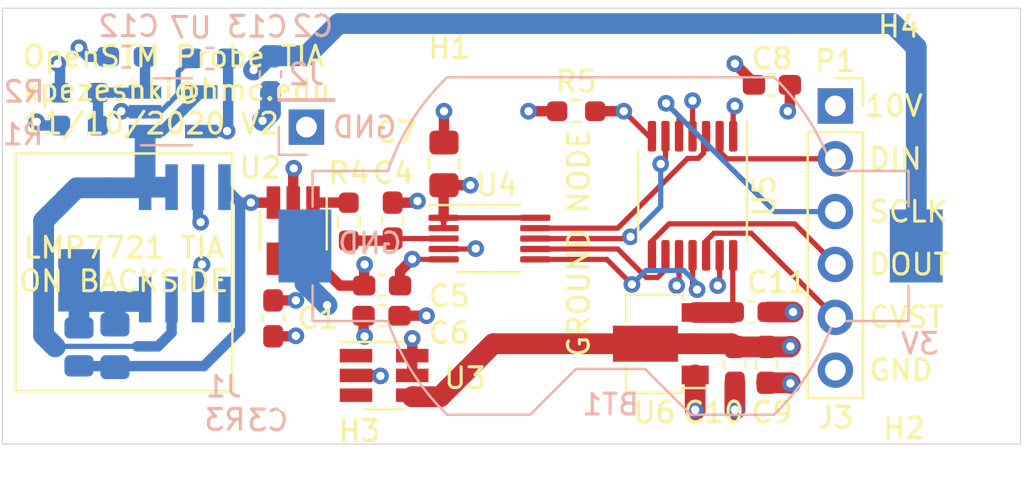
<source format=kicad_pcb>
(kicad_pcb (version 20171130) (host pcbnew "(5.1.6)-1")

  (general
    (thickness 1.6)
    (drawings 26)
    (tracks 231)
    (zones 0)
    (modules 33)
    (nets 24)
  )

  (page A4)
  (layers
    (0 F.Cu signal)
    (1 In1.Cu signal hide)
    (2 In2.Cu signal hide)
    (31 B.Cu signal)
    (32 B.Adhes user)
    (33 F.Adhes user)
    (34 B.Paste user)
    (35 F.Paste user)
    (36 B.SilkS user)
    (37 F.SilkS user)
    (38 B.Mask user)
    (39 F.Mask user)
    (40 Dwgs.User user)
    (41 Cmts.User user)
    (42 Eco1.User user)
    (43 Eco2.User user)
    (44 Edge.Cuts user)
    (45 Margin user)
    (46 B.CrtYd user)
    (47 F.CrtYd user hide)
    (48 B.Fab user hide)
    (49 F.Fab user hide)
  )

  (setup
    (last_trace_width 0.25)
    (user_trace_width 0.5)
    (user_trace_width 1)
    (user_trace_width 2)
    (trace_clearance 0.2)
    (zone_clearance 0.508)
    (zone_45_only no)
    (trace_min 0.2)
    (via_size 0.8)
    (via_drill 0.4)
    (via_min_size 0.4)
    (via_min_drill 0.3)
    (uvia_size 0.3)
    (uvia_drill 0.1)
    (uvias_allowed no)
    (uvia_min_size 0.2)
    (uvia_min_drill 0.1)
    (edge_width 0.05)
    (segment_width 0.2)
    (pcb_text_width 0.3)
    (pcb_text_size 1.5 1.5)
    (mod_edge_width 0.12)
    (mod_text_size 1 1)
    (mod_text_width 0.15)
    (pad_size 1 1)
    (pad_drill 0.5)
    (pad_to_mask_clearance 0.05)
    (aux_axis_origin 0 0)
    (visible_elements 7FFFFFFF)
    (pcbplotparams
      (layerselection 0x010fc_ffffffff)
      (usegerberextensions false)
      (usegerberattributes true)
      (usegerberadvancedattributes true)
      (creategerberjobfile true)
      (excludeedgelayer true)
      (linewidth 0.100000)
      (plotframeref false)
      (viasonmask false)
      (mode 1)
      (useauxorigin false)
      (hpglpennumber 1)
      (hpglpenspeed 20)
      (hpglpendiameter 15.000000)
      (psnegative false)
      (psa4output false)
      (plotreference true)
      (plotvalue true)
      (plotinvisibletext false)
      (padsonsilk false)
      (subtractmaskfromsilk false)
      (outputformat 1)
      (mirror false)
      (drillshape 0)
      (scaleselection 1)
      (outputdirectory "New folder/"))
  )

  (net 0 "")
  (net 1 GND)
  (net 2 +3V0)
  (net 3 "Net-(C3-Pad2)")
  (net 4 "Net-(C3-Pad1)")
  (net 5 "Net-(C4-Pad1)")
  (net 6 "Net-(C5-Pad1)")
  (net 7 +10V)
  (net 8 +3V3)
  (net 9 "Net-(J3-Pad5)")
  (net 10 /DOUT_BUF)
  (net 11 "Net-(J3-Pad3)")
  (net 12 "Net-(J3-Pad2)")
  (net 13 "Net-(R4-Pad2)")
  (net 14 "Net-(U3-Pad3)")
  (net 15 "Net-(U3-Pad1)")
  (net 16 "Net-(U4-Pad9)")
  (net 17 "Net-(U4-Pad8)")
  (net 18 /DOUT)
  (net 19 "Net-(U4-Pad6)")
  (net 20 GNDA)
  (net 21 "Net-(U1-Pad5)")
  (net 22 "Net-(C12-Pad1)")
  (net 23 "Net-(U1-Pad1)")

  (net_class Default "This is the default net class."
    (clearance 0.2)
    (trace_width 0.25)
    (via_dia 0.8)
    (via_drill 0.4)
    (uvia_dia 0.3)
    (uvia_drill 0.1)
    (add_net +10V)
    (add_net +3V0)
    (add_net +3V3)
    (add_net /DOUT)
    (add_net /DOUT_BUF)
    (add_net GND)
    (add_net GNDA)
    (add_net "Net-(C12-Pad1)")
    (add_net "Net-(C3-Pad1)")
    (add_net "Net-(C3-Pad2)")
    (add_net "Net-(C4-Pad1)")
    (add_net "Net-(C5-Pad1)")
    (add_net "Net-(J3-Pad2)")
    (add_net "Net-(J3-Pad3)")
    (add_net "Net-(J3-Pad5)")
    (add_net "Net-(R4-Pad2)")
    (add_net "Net-(U1-Pad1)")
    (add_net "Net-(U1-Pad5)")
    (add_net "Net-(U3-Pad1)")
    (add_net "Net-(U3-Pad3)")
    (add_net "Net-(U4-Pad6)")
    (add_net "Net-(U4-Pad8)")
    (add_net "Net-(U4-Pad9)")
  )

  (module Capacitor_SMD:C_0805_2012Metric_Pad1.15x1.40mm_HandSolder (layer F.Cu) (tedit 5B36C52B) (tstamp 5FAB6397)
    (at 86.614 119.879 90)
    (descr "Capacitor SMD 0805 (2012 Metric), square (rectangular) end terminal, IPC_7351 nominal with elongated pad for handsoldering. (Body size source: https://docs.google.com/spreadsheets/d/1BsfQQcO9C6DZCsRaXUlFlo91Tg2WpOkGARC1WS5S8t0/edit?usp=sharing), generated with kicad-footprint-generator")
    (tags "capacitor handsolder")
    (path /5FAF643B)
    (attr smd)
    (fp_text reference C7 (at 1.515 -2.286 180) (layer F.SilkS)
      (effects (font (size 1 1) (thickness 0.15)))
    )
    (fp_text value 10uF (at 0 1.65 90) (layer F.Fab)
      (effects (font (size 1 1) (thickness 0.15)))
    )
    (fp_line (start 1.85 0.95) (end -1.85 0.95) (layer F.CrtYd) (width 0.05))
    (fp_line (start 1.85 -0.95) (end 1.85 0.95) (layer F.CrtYd) (width 0.05))
    (fp_line (start -1.85 -0.95) (end 1.85 -0.95) (layer F.CrtYd) (width 0.05))
    (fp_line (start -1.85 0.95) (end -1.85 -0.95) (layer F.CrtYd) (width 0.05))
    (fp_line (start -0.261252 0.71) (end 0.261252 0.71) (layer F.SilkS) (width 0.12))
    (fp_line (start -0.261252 -0.71) (end 0.261252 -0.71) (layer F.SilkS) (width 0.12))
    (fp_line (start 1 0.6) (end -1 0.6) (layer F.Fab) (width 0.1))
    (fp_line (start 1 -0.6) (end 1 0.6) (layer F.Fab) (width 0.1))
    (fp_line (start -1 -0.6) (end 1 -0.6) (layer F.Fab) (width 0.1))
    (fp_line (start -1 0.6) (end -1 -0.6) (layer F.Fab) (width 0.1))
    (fp_text user %R (at 0 0 90) (layer F.Fab)
      (effects (font (size 0.5 0.5) (thickness 0.08)))
    )
    (pad 2 smd roundrect (at 1.025 0 90) (size 1.15 1.4) (layers F.Cu F.Paste F.Mask) (roundrect_rratio 0.217391)
      (net 20 GNDA))
    (pad 1 smd roundrect (at -1.025 0 90) (size 1.15 1.4) (layers F.Cu F.Paste F.Mask) (roundrect_rratio 0.217391)
      (net 6 "Net-(C5-Pad1)"))
    (model ${KISYS3DMOD}/Capacitor_SMD.3dshapes/C_0805_2012Metric.wrl
      (at (xyz 0 0 0))
      (scale (xyz 1 1 1))
      (rotate (xyz 0 0 0))
    )
  )

  (module Capacitor_SMD:C_0805_2012Metric_Pad1.15x1.40mm_HandSolder (layer B.Cu) (tedit 5FAB7F72) (tstamp 5FAB6353)
    (at 70.8152 128.6256 270)
    (descr "Capacitor SMD 0805 (2012 Metric), square (rectangular) end terminal, IPC_7351 nominal with elongated pad for handsoldering. (Body size source: https://docs.google.com/spreadsheets/d/1BsfQQcO9C6DZCsRaXUlFlo91Tg2WpOkGARC1WS5S8t0/edit?usp=sharing), generated with kicad-footprint-generator")
    (tags "capacitor handsolder")
    (path /5FABD0E4)
    (attr smd)
    (fp_text reference C3 (at 3.5814 -7.3406) (layer B.SilkS)
      (effects (font (size 1 1) (thickness 0.15)) (justify mirror))
    )
    (fp_text value 10pF (at 0 -1.65 270) (layer B.Fab)
      (effects (font (size 1 1) (thickness 0.15)) (justify mirror))
    )
    (fp_line (start 1.85 -0.95) (end -1.85 -0.95) (layer B.CrtYd) (width 0.05))
    (fp_line (start 1.85 0.95) (end 1.85 -0.95) (layer B.CrtYd) (width 0.05))
    (fp_line (start -1.85 0.95) (end 1.85 0.95) (layer B.CrtYd) (width 0.05))
    (fp_line (start -1.85 -0.95) (end -1.85 0.95) (layer B.CrtYd) (width 0.05))
    (fp_line (start 1 -0.6) (end -1 -0.6) (layer B.Fab) (width 0.1))
    (fp_line (start 1 0.6) (end 1 -0.6) (layer B.Fab) (width 0.1))
    (fp_line (start -1 0.6) (end 1 0.6) (layer B.Fab) (width 0.1))
    (fp_line (start -1 -0.6) (end -1 0.6) (layer B.Fab) (width 0.1))
    (fp_text user %R (at 0 0 270) (layer B.Fab)
      (effects (font (size 0.5 0.5) (thickness 0.08)) (justify mirror))
    )
    (pad 2 smd roundrect (at 1.025 0 270) (size 1.15 1.4) (layers B.Cu B.Paste B.Mask) (roundrect_rratio 0.217391)
      (net 3 "Net-(C3-Pad2)"))
    (pad 1 smd roundrect (at -1.025 0 270) (size 1.15 1.4) (layers B.Cu B.Paste B.Mask) (roundrect_rratio 0.217391)
      (net 4 "Net-(C3-Pad1)"))
    (model ${KISYS3DMOD}/Capacitor_SMD.3dshapes/C_0805_2012Metric.wrl
      (at (xyz 0 0 0))
      (scale (xyz 1 1 1))
      (rotate (xyz 0 0 0))
    )
  )

  (module Capacitor_SMD:C_0603_1608Metric_Pad1.05x0.95mm_HandSolder (layer B.Cu) (tedit 5B301BBE) (tstamp 5FAC2B42)
    (at 75.3732 114.808 180)
    (descr "Capacitor SMD 0603 (1608 Metric), square (rectangular) end terminal, IPC_7351 nominal with elongated pad for handsoldering. (Body size source: http://www.tortai-tech.com/upload/download/2011102023233369053.pdf), generated with kicad-footprint-generator")
    (tags "capacitor handsolder")
    (path /5FB40362)
    (attr smd)
    (fp_text reference C13 (at -2.2746 1.524 180) (layer B.SilkS)
      (effects (font (size 1 1) (thickness 0.15)) (justify mirror))
    )
    (fp_text value 100nF (at 0 -1.43 180) (layer B.Fab)
      (effects (font (size 1 1) (thickness 0.15)) (justify mirror))
    )
    (fp_line (start 1.65 -0.73) (end -1.65 -0.73) (layer B.CrtYd) (width 0.05))
    (fp_line (start 1.65 0.73) (end 1.65 -0.73) (layer B.CrtYd) (width 0.05))
    (fp_line (start -1.65 0.73) (end 1.65 0.73) (layer B.CrtYd) (width 0.05))
    (fp_line (start -1.65 -0.73) (end -1.65 0.73) (layer B.CrtYd) (width 0.05))
    (fp_line (start -0.171267 -0.51) (end 0.171267 -0.51) (layer B.SilkS) (width 0.12))
    (fp_line (start -0.171267 0.51) (end 0.171267 0.51) (layer B.SilkS) (width 0.12))
    (fp_line (start 0.8 -0.4) (end -0.8 -0.4) (layer B.Fab) (width 0.1))
    (fp_line (start 0.8 0.4) (end 0.8 -0.4) (layer B.Fab) (width 0.1))
    (fp_line (start -0.8 0.4) (end 0.8 0.4) (layer B.Fab) (width 0.1))
    (fp_line (start -0.8 -0.4) (end -0.8 0.4) (layer B.Fab) (width 0.1))
    (fp_text user %R (at 0 0 180) (layer B.Fab)
      (effects (font (size 0.4 0.4) (thickness 0.06)) (justify mirror))
    )
    (pad 2 smd roundrect (at 0.875 0 180) (size 1.05 0.95) (layers B.Cu B.Paste B.Mask) (roundrect_rratio 0.25)
      (net 20 GNDA))
    (pad 1 smd roundrect (at -0.875 0 180) (size 1.05 0.95) (layers B.Cu B.Paste B.Mask) (roundrect_rratio 0.25)
      (net 2 +3V0))
    (model ${KISYS3DMOD}/Capacitor_SMD.3dshapes/C_0603_1608Metric.wrl
      (at (xyz 0 0 0))
      (scale (xyz 1 1 1))
      (rotate (xyz 0 0 0))
    )
  )

  (module Capacitor_SMD:C_0603_1608Metric_Pad1.05x0.95mm_HandSolder (layer B.Cu) (tedit 5B301BBE) (tstamp 5FAC0CDB)
    (at 71.3626 114.7318 180)
    (descr "Capacitor SMD 0603 (1608 Metric), square (rectangular) end terminal, IPC_7351 nominal with elongated pad for handsoldering. (Body size source: http://www.tortai-tech.com/upload/download/2011102023233369053.pdf), generated with kicad-footprint-generator")
    (tags "capacitor handsolder")
    (path /5FAF7CB5)
    (attr smd)
    (fp_text reference C12 (at -0.113 1.4732) (layer B.SilkS)
      (effects (font (size 1 1) (thickness 0.15)) (justify mirror))
    )
    (fp_text value 1uF (at 0 -1.43) (layer B.Fab)
      (effects (font (size 1 1) (thickness 0.15)) (justify mirror))
    )
    (fp_line (start 1.65 -0.73) (end -1.65 -0.73) (layer B.CrtYd) (width 0.05))
    (fp_line (start 1.65 0.73) (end 1.65 -0.73) (layer B.CrtYd) (width 0.05))
    (fp_line (start -1.65 0.73) (end 1.65 0.73) (layer B.CrtYd) (width 0.05))
    (fp_line (start -1.65 -0.73) (end -1.65 0.73) (layer B.CrtYd) (width 0.05))
    (fp_line (start -0.171267 -0.51) (end 0.171267 -0.51) (layer B.SilkS) (width 0.12))
    (fp_line (start -0.171267 0.51) (end 0.171267 0.51) (layer B.SilkS) (width 0.12))
    (fp_line (start 0.8 -0.4) (end -0.8 -0.4) (layer B.Fab) (width 0.1))
    (fp_line (start 0.8 0.4) (end 0.8 -0.4) (layer B.Fab) (width 0.1))
    (fp_line (start -0.8 0.4) (end 0.8 0.4) (layer B.Fab) (width 0.1))
    (fp_line (start -0.8 -0.4) (end -0.8 0.4) (layer B.Fab) (width 0.1))
    (fp_text user %R (at 0 0) (layer B.Fab)
      (effects (font (size 0.4 0.4) (thickness 0.06)) (justify mirror))
    )
    (pad 2 smd roundrect (at 0.875 0 180) (size 1.05 0.95) (layers B.Cu B.Paste B.Mask) (roundrect_rratio 0.25)
      (net 20 GNDA))
    (pad 1 smd roundrect (at -0.875 0 180) (size 1.05 0.95) (layers B.Cu B.Paste B.Mask) (roundrect_rratio 0.25)
      (net 22 "Net-(C12-Pad1)"))
    (model ${KISYS3DMOD}/Capacitor_SMD.3dshapes/C_0603_1608Metric.wrl
      (at (xyz 0 0 0))
      (scale (xyz 1 1 1))
      (rotate (xyz 0 0 0))
    )
  )

  (module Package_TO_SOT_SMD:SOT-23-5_HandSoldering (layer B.Cu) (tedit 5A0AB76C) (tstamp 5FAC0283)
    (at 73.6092 117.3734)
    (descr "5-pin SOT23 package")
    (tags "SOT-23-5 hand-soldering")
    (path /5FAF1A53)
    (attr smd)
    (fp_text reference U7 (at 0.8382 -4.0386) (layer B.SilkS)
      (effects (font (size 1 1) (thickness 0.15)) (justify mirror))
    )
    (fp_text value OPA1671 (at 0 -2.9) (layer B.Fab)
      (effects (font (size 1 1) (thickness 0.15)) (justify mirror))
    )
    (fp_line (start 2.38 -1.8) (end -2.38 -1.8) (layer B.CrtYd) (width 0.05))
    (fp_line (start 2.38 -1.8) (end 2.38 1.8) (layer B.CrtYd) (width 0.05))
    (fp_line (start -2.38 1.8) (end -2.38 -1.8) (layer B.CrtYd) (width 0.05))
    (fp_line (start -2.38 1.8) (end 2.38 1.8) (layer B.CrtYd) (width 0.05))
    (fp_line (start 0.9 1.55) (end 0.9 -1.55) (layer B.Fab) (width 0.1))
    (fp_line (start 0.9 -1.55) (end -0.9 -1.55) (layer B.Fab) (width 0.1))
    (fp_line (start -0.9 0.9) (end -0.9 -1.55) (layer B.Fab) (width 0.1))
    (fp_line (start 0.9 1.55) (end -0.25 1.55) (layer B.Fab) (width 0.1))
    (fp_line (start -0.9 0.9) (end -0.25 1.55) (layer B.Fab) (width 0.1))
    (fp_line (start 0.9 1.61) (end -1.55 1.61) (layer B.SilkS) (width 0.12))
    (fp_line (start -0.9 -1.61) (end 0.9 -1.61) (layer B.SilkS) (width 0.12))
    (fp_text user %R (at 0 0 -90) (layer B.Fab)
      (effects (font (size 0.5 0.5) (thickness 0.075)) (justify mirror))
    )
    (pad 5 smd rect (at 1.35 0.95) (size 1.56 0.65) (layers B.Cu B.Paste B.Mask)
      (net 2 +3V0))
    (pad 4 smd rect (at 1.35 -0.95) (size 1.56 0.65) (layers B.Cu B.Paste B.Mask)
      (net 23 "Net-(U1-Pad1)"))
    (pad 3 smd rect (at -1.35 -0.95) (size 1.56 0.65) (layers B.Cu B.Paste B.Mask)
      (net 22 "Net-(C12-Pad1)"))
    (pad 2 smd rect (at -1.35 0) (size 1.56 0.65) (layers B.Cu B.Paste B.Mask)
      (net 20 GNDA))
    (pad 1 smd rect (at -1.35 0.95) (size 1.56 0.65) (layers B.Cu B.Paste B.Mask)
      (net 23 "Net-(U1-Pad1)"))
    (model ${KISYS3DMOD}/Package_TO_SOT_SMD.3dshapes/SOT-23-5.wrl
      (at (xyz 0 0 0))
      (scale (xyz 1 1 1))
      (rotate (xyz 0 0 0))
    )
  )

  (module Connector_PinHeader_2.54mm:PinHeader_1x01_P2.54mm_Vertical (layer B.Cu) (tedit 59FED5CC) (tstamp 5FAB63E5)
    (at 80.01 118.11)
    (descr "Through hole straight pin header, 1x01, 2.54mm pitch, single row")
    (tags "Through hole pin header THT 1x01 2.54mm single row")
    (path /5FAC2C6B)
    (fp_text reference J2 (at 0 -2.54) (layer B.SilkS)
      (effects (font (size 1 1) (thickness 0.15)) (justify mirror))
    )
    (fp_text value Conn_01x01_Male (at 0 -2.33) (layer B.Fab)
      (effects (font (size 1 1) (thickness 0.15)) (justify mirror))
    )
    (fp_line (start 1.8 1.8) (end -1.8 1.8) (layer B.CrtYd) (width 0.05))
    (fp_line (start 1.8 -1.8) (end 1.8 1.8) (layer B.CrtYd) (width 0.05))
    (fp_line (start -1.8 -1.8) (end 1.8 -1.8) (layer B.CrtYd) (width 0.05))
    (fp_line (start -1.8 1.8) (end -1.8 -1.8) (layer B.CrtYd) (width 0.05))
    (fp_line (start -1.33 1.33) (end 0 1.33) (layer B.SilkS) (width 0.12))
    (fp_line (start -1.33 0) (end -1.33 1.33) (layer B.SilkS) (width 0.12))
    (fp_line (start -1.33 -1.27) (end 1.33 -1.27) (layer B.SilkS) (width 0.12))
    (fp_line (start 1.33 -1.27) (end 1.33 -1.33) (layer B.SilkS) (width 0.12))
    (fp_line (start -1.33 -1.27) (end -1.33 -1.33) (layer B.SilkS) (width 0.12))
    (fp_line (start -1.33 -1.33) (end 1.33 -1.33) (layer B.SilkS) (width 0.12))
    (fp_line (start -1.27 0.635) (end -0.635 1.27) (layer B.Fab) (width 0.1))
    (fp_line (start -1.27 -1.27) (end -1.27 0.635) (layer B.Fab) (width 0.1))
    (fp_line (start 1.27 -1.27) (end -1.27 -1.27) (layer B.Fab) (width 0.1))
    (fp_line (start 1.27 1.27) (end 1.27 -1.27) (layer B.Fab) (width 0.1))
    (fp_line (start -0.635 1.27) (end 1.27 1.27) (layer B.Fab) (width 0.1))
    (fp_text user %R (at 0 0 -90) (layer B.Fab)
      (effects (font (size 1 1) (thickness 0.15)) (justify mirror))
    )
    (pad 1 thru_hole rect (at 0 0) (size 1.7 1.7) (drill 1) (layers *.Cu *.Mask)
      (net 20 GNDA))
    (model ${KISYS3DMOD}/Connector_PinHeader_2.54mm.3dshapes/PinHeader_1x01_P2.54mm_Vertical.wrl
      (at (xyz 0 0 0))
      (scale (xyz 1 1 1))
      (rotate (xyz 0 0 0))
    )
  )

  (module Resistor_SMD:R_0603_1608Metric_Pad0.98x0.95mm_HandSolder (layer B.Cu) (tedit 5FAB6B1E) (tstamp 5FAB6410)
    (at 69.088 118.0338 180)
    (descr "Resistor SMD 0603 (1608 Metric), square (rectangular) end terminal, IPC_7351 nominal with elongated pad for handsoldering. (Body size source: IPC-SM-782 page 72, https://www.pcb-3d.com/wordpress/wp-content/uploads/ipc-sm-782a_amendment_1_and_2.pdf), generated with kicad-footprint-generator")
    (tags "resistor handsolder")
    (path /5FAB2BB9)
    (attr smd)
    (fp_text reference R1 (at 2.6924 -0.4318) (layer B.SilkS)
      (effects (font (size 1 1) (thickness 0.15)) (justify mirror))
    )
    (fp_text value 50k (at 0 -1.43) (layer B.Fab)
      (effects (font (size 1 1) (thickness 0.15)) (justify mirror))
    )
    (fp_line (start -0.8 -0.4125) (end -0.8 0.4125) (layer B.Fab) (width 0.1))
    (fp_line (start -0.8 0.4125) (end 0.8 0.4125) (layer B.Fab) (width 0.1))
    (fp_line (start 0.8 0.4125) (end 0.8 -0.4125) (layer B.Fab) (width 0.1))
    (fp_line (start 0.8 -0.4125) (end -0.8 -0.4125) (layer B.Fab) (width 0.1))
    (fp_line (start -1.65 -0.73) (end -1.65 0.73) (layer B.CrtYd) (width 0.05))
    (fp_line (start -1.65 0.73) (end 1.65 0.73) (layer B.CrtYd) (width 0.05))
    (fp_line (start 1.65 0.73) (end 1.65 -0.73) (layer B.CrtYd) (width 0.05))
    (fp_line (start 1.65 -0.73) (end -1.65 -0.73) (layer B.CrtYd) (width 0.05))
    (fp_text user %R (at 0 0) (layer B.Fab)
      (effects (font (size 0.4 0.4) (thickness 0.06)) (justify mirror))
    )
    (pad 2 smd roundrect (at 0.9125 0 180) (size 0.975 0.95) (layers B.Cu B.Paste B.Mask) (roundrect_rratio 0.25)
      (net 2 +3V0))
    (pad 1 smd roundrect (at -0.9125 0 180) (size 0.975 0.95) (layers B.Cu B.Paste B.Mask) (roundrect_rratio 0.25)
      (net 22 "Net-(C12-Pad1)"))
    (model ${KISYS3DMOD}/Resistor_SMD.3dshapes/R_0603_1608Metric.wrl
      (at (xyz 0 0 0))
      (scale (xyz 1 1 1))
      (rotate (xyz 0 0 0))
    )
  )

  (module Resistor_SMD:R_0603_1608Metric_Pad0.98x0.95mm_HandSolder (layer B.Cu) (tedit 5FAB6B0F) (tstamp 5FAB6421)
    (at 69.088 116.459)
    (descr "Resistor SMD 0603 (1608 Metric), square (rectangular) end terminal, IPC_7351 nominal with elongated pad for handsoldering. (Body size source: IPC-SM-782 page 72, https://www.pcb-3d.com/wordpress/wp-content/uploads/ipc-sm-782a_amendment_1_and_2.pdf), generated with kicad-footprint-generator")
    (tags "resistor handsolder")
    (path /5FAAF1F3)
    (attr smd)
    (fp_text reference R2 (at -2.6416 -0.0508 180) (layer B.SilkS)
      (effects (font (size 1 1) (thickness 0.15)) (justify mirror))
    )
    (fp_text value 5k (at 0 -1.43 180) (layer B.Fab)
      (effects (font (size 1 1) (thickness 0.15)) (justify mirror))
    )
    (fp_line (start -0.8 -0.4125) (end -0.8 0.4125) (layer B.Fab) (width 0.1))
    (fp_line (start -0.8 0.4125) (end 0.8 0.4125) (layer B.Fab) (width 0.1))
    (fp_line (start 0.8 0.4125) (end 0.8 -0.4125) (layer B.Fab) (width 0.1))
    (fp_line (start 0.8 -0.4125) (end -0.8 -0.4125) (layer B.Fab) (width 0.1))
    (fp_line (start -1.65 -0.73) (end -1.65 0.73) (layer B.CrtYd) (width 0.05))
    (fp_line (start -1.65 0.73) (end 1.65 0.73) (layer B.CrtYd) (width 0.05))
    (fp_line (start 1.65 0.73) (end 1.65 -0.73) (layer B.CrtYd) (width 0.05))
    (fp_line (start 1.65 -0.73) (end -1.65 -0.73) (layer B.CrtYd) (width 0.05))
    (fp_text user %R (at 0 0 180) (layer B.Fab)
      (effects (font (size 0.4 0.4) (thickness 0.06)) (justify mirror))
    )
    (pad 2 smd roundrect (at 0.9125 0) (size 0.975 0.95) (layers B.Cu B.Paste B.Mask) (roundrect_rratio 0.25)
      (net 22 "Net-(C12-Pad1)"))
    (pad 1 smd roundrect (at -0.9125 0) (size 0.975 0.95) (layers B.Cu B.Paste B.Mask) (roundrect_rratio 0.25)
      (net 20 GNDA))
    (model ${KISYS3DMOD}/Resistor_SMD.3dshapes/R_0603_1608Metric.wrl
      (at (xyz 0 0 0))
      (scale (xyz 1 1 1))
      (rotate (xyz 0 0 0))
    )
  )

  (module Resistor_SMD:R_0805_2012Metric (layer B.Cu) (tedit 5FAB6A5F) (tstamp 5FAB6432)
    (at 69.088 128.6745 90)
    (descr "Resistor SMD 0805 (2012 Metric), square (rectangular) end terminal, IPC_7351 nominal, (Body size source: IPC-SM-782 page 72, https://www.pcb-3d.com/wordpress/wp-content/uploads/ipc-sm-782a_amendment_1_and_2.pdf), generated with kicad-footprint-generator")
    (tags resistor)
    (path /5FAB744C)
    (attr smd)
    (fp_text reference R3 (at -3.5071 7.0104 180) (layer B.SilkS)
      (effects (font (size 1 1) (thickness 0.15)) (justify mirror))
    )
    (fp_text value 100M (at 0 -1.65 90) (layer B.Fab)
      (effects (font (size 1 1) (thickness 0.15)) (justify mirror))
    )
    (fp_line (start -1 -0.625) (end -1 0.625) (layer B.Fab) (width 0.1))
    (fp_line (start -1 0.625) (end 1 0.625) (layer B.Fab) (width 0.1))
    (fp_line (start 1 0.625) (end 1 -0.625) (layer B.Fab) (width 0.1))
    (fp_line (start 1 -0.625) (end -1 -0.625) (layer B.Fab) (width 0.1))
    (fp_line (start -1.68 -0.95) (end -1.68 0.95) (layer B.CrtYd) (width 0.05))
    (fp_line (start -1.68 0.95) (end 1.68 0.95) (layer B.CrtYd) (width 0.05))
    (fp_line (start 1.68 0.95) (end 1.68 -0.95) (layer B.CrtYd) (width 0.05))
    (fp_line (start 1.68 -0.95) (end -1.68 -0.95) (layer B.CrtYd) (width 0.05))
    (fp_text user %R (at 0 0 90) (layer B.Fab)
      (effects (font (size 0.5 0.5) (thickness 0.08)) (justify mirror))
    )
    (pad 2 smd roundrect (at 0.9125 0 90) (size 1.025 1.4) (layers B.Cu B.Paste B.Mask) (roundrect_rratio 0.243902)
      (net 4 "Net-(C3-Pad1)"))
    (pad 1 smd roundrect (at -0.9125 0 90) (size 1.025 1.4) (layers B.Cu B.Paste B.Mask) (roundrect_rratio 0.243902)
      (net 3 "Net-(C3-Pad2)"))
    (model ${KISYS3DMOD}/Resistor_SMD.3dshapes/R_0805_2012Metric.wrl
      (at (xyz 0 0 0))
      (scale (xyz 1 1 1))
      (rotate (xyz 0 0 0))
    )
  )

  (module amps:lmp7721 (layer B.Cu) (tedit 5FAB6A48) (tstamp 5FAB6458)
    (at 74.168 123.698)
    (path /5FAB47FA)
    (attr smd)
    (fp_text reference U1 (at 4.064 0 -90) (layer B.SilkS) hide
      (effects (font (size 1 1) (thickness 0.15)) (justify mirror))
    )
    (fp_text value lmp7721 (at -0.03 -5.57) (layer B.Fab) hide
      (effects (font (size 1 1) (thickness 0.15)) (justify mirror))
    )
    (fp_line (start -2.46 4.05) (end 2.46 4.05) (layer B.CrtYd) (width 0.05))
    (fp_line (start 2.46 4.05) (end 2.46 -4.05) (layer B.CrtYd) (width 0.05))
    (fp_line (start 2.46 -4.05) (end -2.46 -4.05) (layer B.CrtYd) (width 0.05))
    (fp_line (start -2.46 -4.05) (end -2.46 4.05) (layer B.CrtYd) (width 0.05))
    (pad 4 smd rect (at 1.905 -2.7) (size 0.6 2.2) (layers B.Cu B.Paste B.Mask)
      (net 3 "Net-(C3-Pad2)"))
    (pad 5 smd rect (at 1.905 2.7) (size 0.6 2.2) (layers B.Cu B.Paste B.Mask)
      (net 21 "Net-(U1-Pad5)"))
    (pad 3 smd rect (at 0.635 -2.7) (size 0.6 2.2) (layers B.Cu B.Paste B.Mask)
      (net 20 GNDA))
    (pad 6 smd rect (at 0.635 2.7) (size 0.6 2.2) (layers B.Cu B.Paste B.Mask)
      (net 2 +3V0))
    (pad 2 smd rect (at -0.635 -2.7) (size 0.6 2.2) (layers B.Cu B.Paste B.Mask)
      (net 23 "Net-(U1-Pad1)"))
    (pad 7 smd rect (at -0.635 2.7) (size 0.6 2.2) (layers B.Cu B.Paste B.Mask)
      (net 23 "Net-(U1-Pad1)"))
    (pad 1 smd rect (at -1.905 -2.7) (size 0.6 2.2) (layers B.Cu B.Paste B.Mask)
      (net 23 "Net-(U1-Pad1)"))
    (pad 8 smd rect (at -1.905 2.7) (size 0.6 2.2) (layers B.Cu B.Paste B.Mask)
      (net 4 "Net-(C3-Pad1)"))
  )

  (module MountingHole:MountingHole_2.2mm_M2 (layer F.Cu) (tedit 56D1B4CB) (tstamp 5FABCB77)
    (at 112.014 114.808)
    (descr "Mounting Hole 2.2mm, no annular, M2")
    (tags "mounting hole 2.2mm no annular m2")
    (path /5FABF5E8)
    (attr virtual)
    (fp_text reference H4 (at -3.556 -1.524) (layer F.SilkS)
      (effects (font (size 1 1) (thickness 0.15)))
    )
    (fp_text value MountingHole (at 0 3.2) (layer F.Fab)
      (effects (font (size 1 1) (thickness 0.15)))
    )
    (fp_circle (center 0 0) (end 2.45 0) (layer F.CrtYd) (width 0.05))
    (fp_circle (center 0 0) (end 2.2 0) (layer Cmts.User) (width 0.15))
    (fp_text user %R (at 0.3 0) (layer F.Fab)
      (effects (font (size 1 1) (thickness 0.15)))
    )
    (pad 1 np_thru_hole circle (at 0 0) (size 2.2 2.2) (drill 2.2) (layers *.Cu *.Mask))
  )

  (module MountingHole:MountingHole_2.2mm_M2 (layer F.Cu) (tedit 56D1B4CB) (tstamp 5FABCB6F)
    (at 79.375 130.81)
    (descr "Mounting Hole 2.2mm, no annular, M2")
    (tags "mounting hole 2.2mm no annular m2")
    (path /5FABFC40)
    (attr virtual)
    (fp_text reference H3 (at 3.175 1.905) (layer F.SilkS)
      (effects (font (size 1 1) (thickness 0.15)))
    )
    (fp_text value MountingHole (at 0 3.2) (layer F.Fab)
      (effects (font (size 1 1) (thickness 0.15)))
    )
    (fp_circle (center 0 0) (end 2.45 0) (layer F.CrtYd) (width 0.05))
    (fp_circle (center 0 0) (end 2.2 0) (layer Cmts.User) (width 0.15))
    (fp_text user %R (at 0.3 0) (layer F.Fab)
      (effects (font (size 1 1) (thickness 0.15)))
    )
    (pad 1 np_thru_hole circle (at 0 0) (size 2.2 2.2) (drill 2.2) (layers *.Cu *.Mask))
  )

  (module MountingHole:MountingHole_2.2mm_M2 (layer F.Cu) (tedit 56D1B4CB) (tstamp 5FABCB67)
    (at 111.76 130.81)
    (descr "Mounting Hole 2.2mm, no annular, M2")
    (tags "mounting hole 2.2mm no annular m2")
    (path /5FABEEAE)
    (attr virtual)
    (fp_text reference H2 (at -3.048 1.778) (layer F.SilkS)
      (effects (font (size 1 1) (thickness 0.15)))
    )
    (fp_text value MountingHole (at 0 3.2) (layer F.Fab)
      (effects (font (size 1 1) (thickness 0.15)))
    )
    (fp_circle (center 0 0) (end 2.45 0) (layer F.CrtYd) (width 0.05))
    (fp_circle (center 0 0) (end 2.2 0) (layer Cmts.User) (width 0.15))
    (fp_text user %R (at 0.3 0) (layer F.Fab)
      (effects (font (size 1 1) (thickness 0.15)))
    )
    (pad 1 np_thru_hole circle (at 0 0) (size 2.2 2.2) (drill 2.2) (layers *.Cu *.Mask))
  )

  (module MountingHole:MountingHole_2.2mm_M2 (layer F.Cu) (tedit 56D1B4CB) (tstamp 5FABCB5F)
    (at 83.312 114.935)
    (descr "Mounting Hole 2.2mm, no annular, M2")
    (tags "mounting hole 2.2mm no annular m2")
    (path /5FABE48F)
    (attr virtual)
    (fp_text reference H1 (at 3.556 -0.635) (layer F.SilkS)
      (effects (font (size 1 1) (thickness 0.15)))
    )
    (fp_text value MountingHole (at 0 3.2) (layer F.Fab)
      (effects (font (size 1 1) (thickness 0.15)))
    )
    (fp_circle (center 0 0) (end 2.45 0) (layer F.CrtYd) (width 0.05))
    (fp_circle (center 0 0) (end 2.2 0) (layer Cmts.User) (width 0.15))
    (fp_text user %R (at 0.3 0) (layer F.Fab)
      (effects (font (size 1 1) (thickness 0.15)))
    )
    (pad 1 np_thru_hole circle (at 0 0) (size 2.2 2.2) (drill 2.2) (layers *.Cu *.Mask))
  )

  (module Resistor_SMD:R_0603_1608Metric_Pad0.98x0.95mm_HandSolder (layer F.Cu) (tedit 5F68FEEE) (tstamp 5FAB7013)
    (at 92.964 117.348)
    (descr "Resistor SMD 0603 (1608 Metric), square (rectangular) end terminal, IPC_7351 nominal with elongated pad for handsoldering. (Body size source: IPC-SM-782 page 72, https://www.pcb-3d.com/wordpress/wp-content/uploads/ipc-sm-782a_amendment_1_and_2.pdf), generated with kicad-footprint-generator")
    (tags "resistor handsolder")
    (path /5FB594B4)
    (attr smd)
    (fp_text reference R5 (at 0 -1.43) (layer F.SilkS)
      (effects (font (size 1 1) (thickness 0.15)))
    )
    (fp_text value 0 (at 0 1.43) (layer F.Fab)
      (effects (font (size 1 1) (thickness 0.15)))
    )
    (fp_line (start -0.8 0.4125) (end -0.8 -0.4125) (layer F.Fab) (width 0.1))
    (fp_line (start -0.8 -0.4125) (end 0.8 -0.4125) (layer F.Fab) (width 0.1))
    (fp_line (start 0.8 -0.4125) (end 0.8 0.4125) (layer F.Fab) (width 0.1))
    (fp_line (start 0.8 0.4125) (end -0.8 0.4125) (layer F.Fab) (width 0.1))
    (fp_line (start -0.254724 -0.5225) (end 0.254724 -0.5225) (layer F.SilkS) (width 0.12))
    (fp_line (start -0.254724 0.5225) (end 0.254724 0.5225) (layer F.SilkS) (width 0.12))
    (fp_line (start -1.65 0.73) (end -1.65 -0.73) (layer F.CrtYd) (width 0.05))
    (fp_line (start -1.65 -0.73) (end 1.65 -0.73) (layer F.CrtYd) (width 0.05))
    (fp_line (start 1.65 -0.73) (end 1.65 0.73) (layer F.CrtYd) (width 0.05))
    (fp_line (start 1.65 0.73) (end -1.65 0.73) (layer F.CrtYd) (width 0.05))
    (fp_text user %R (at 0 0) (layer F.Fab)
      (effects (font (size 0.4 0.4) (thickness 0.06)))
    )
    (pad 2 smd roundrect (at 0.9125 0) (size 0.975 0.95) (layers F.Cu F.Paste F.Mask) (roundrect_rratio 0.25)
      (net 1 GND))
    (pad 1 smd roundrect (at -0.9125 0) (size 0.975 0.95) (layers F.Cu F.Paste F.Mask) (roundrect_rratio 0.25)
      (net 20 GNDA))
    (model ${KISYS3DMOD}/Resistor_SMD.3dshapes/R_0603_1608Metric.wrl
      (at (xyz 0 0 0))
      (scale (xyz 1 1 1))
      (rotate (xyz 0 0 0))
    )
  )

  (module Package_TO_SOT_SMD:SOT-89-3 (layer F.Cu) (tedit 5C33D6E8) (tstamp 5FAB64D7)
    (at 97.028 128.524 180)
    (descr "SOT-89-3, http://ww1.microchip.com/downloads/en/DeviceDoc/3L_SOT-89_MB_C04-029C.pdf")
    (tags SOT-89-3)
    (path /5FAE9D0C)
    (attr smd)
    (fp_text reference U6 (at 0.3 -3.302) (layer F.SilkS)
      (effects (font (size 1 1) (thickness 0.15)))
    )
    (fp_text value MCP1703A-3302_SOT89 (at 0.3 3.5) (layer F.Fab)
      (effects (font (size 1 1) (thickness 0.15)))
    )
    (fp_line (start 1.66 1.05) (end 1.66 2.36) (layer F.SilkS) (width 0.12))
    (fp_line (start 1.66 2.36) (end -1.06 2.36) (layer F.SilkS) (width 0.12))
    (fp_line (start -2.2 -2.13) (end -1.06 -2.13) (layer F.SilkS) (width 0.12))
    (fp_line (start 1.66 -2.36) (end 1.66 -1.05) (layer F.SilkS) (width 0.12))
    (fp_line (start -0.95 -1.25) (end 0.05 -2.25) (layer F.Fab) (width 0.1))
    (fp_line (start 1.55 -2.25) (end 1.55 2.25) (layer F.Fab) (width 0.1))
    (fp_line (start 1.55 2.25) (end -0.95 2.25) (layer F.Fab) (width 0.1))
    (fp_line (start -0.95 2.25) (end -0.95 -1.25) (layer F.Fab) (width 0.1))
    (fp_line (start 0.05 -2.25) (end 1.55 -2.25) (layer F.Fab) (width 0.1))
    (fp_line (start 2.55 -2.5) (end 2.55 2.5) (layer F.CrtYd) (width 0.05))
    (fp_line (start 2.55 -2.5) (end -2.55 -2.5) (layer F.CrtYd) (width 0.05))
    (fp_line (start -2.55 2.5) (end 2.55 2.5) (layer F.CrtYd) (width 0.05))
    (fp_line (start -2.55 2.5) (end -2.55 -2.5) (layer F.CrtYd) (width 0.05))
    (fp_line (start -1.06 -2.36) (end 1.66 -2.36) (layer F.SilkS) (width 0.12))
    (fp_line (start -1.06 -2.36) (end -1.06 -2.13) (layer F.SilkS) (width 0.12))
    (fp_line (start -1.06 2.36) (end -1.06 2.13) (layer F.SilkS) (width 0.12))
    (fp_text user %R (at 0.5 0 90) (layer F.Fab)
      (effects (font (size 1 1) (thickness 0.15)))
    )
    (pad 2 smd custom (at -1.5625 0 180) (size 1.475 0.9) (layers F.Cu F.Paste F.Mask)
      (net 7 +10V) (zone_connect 2)
      (options (clearance outline) (anchor rect))
      (primitives
        (gr_poly (pts
           (xy 0.7375 -0.8665) (xy 3.8625 -0.8665) (xy 3.8625 0.8665) (xy 0.7375 0.8665)) (width 0))
      ))
    (pad 3 smd rect (at -1.65 1.5 180) (size 1.3 0.9) (layers F.Cu F.Paste F.Mask)
      (net 8 +3V3))
    (pad 1 smd rect (at -1.65 -1.5 180) (size 1.3 0.9) (layers F.Cu F.Paste F.Mask)
      (net 1 GND))
    (model ${KISYS3DMOD}/Package_TO_SOT_SMD.3dshapes/SOT-89-3.wrl
      (at (xyz 0 0 0))
      (scale (xyz 1 1 1))
      (rotate (xyz 0 0 0))
    )
  )

  (module Package_SO:TSSOP-14_4.4x5mm_P0.65mm (layer F.Cu) (tedit 5E476F32) (tstamp 5FAB64BF)
    (at 98.552 121.412 270)
    (descr "TSSOP, 14 Pin (JEDEC MO-153 Var AB-1 https://www.jedec.org/document_search?search_api_views_fulltext=MO-153), generated with kicad-footprint-generator ipc_gullwing_generator.py")
    (tags "TSSOP SO")
    (path /5FAEC279)
    (attr smd)
    (fp_text reference U5 (at 0 -3.45 90) (layer F.SilkS)
      (effects (font (size 1 1) (thickness 0.15)))
    )
    (fp_text value SN74HCS125 (at 0 3.45 90) (layer F.Fab)
      (effects (font (size 1 1) (thickness 0.15)))
    )
    (fp_line (start 0 2.61) (end 2.2 2.61) (layer F.SilkS) (width 0.12))
    (fp_line (start 0 2.61) (end -2.2 2.61) (layer F.SilkS) (width 0.12))
    (fp_line (start 0 -2.61) (end 2.2 -2.61) (layer F.SilkS) (width 0.12))
    (fp_line (start 0 -2.61) (end -3.6 -2.61) (layer F.SilkS) (width 0.12))
    (fp_line (start -1.2 -2.5) (end 2.2 -2.5) (layer F.Fab) (width 0.1))
    (fp_line (start 2.2 -2.5) (end 2.2 2.5) (layer F.Fab) (width 0.1))
    (fp_line (start 2.2 2.5) (end -2.2 2.5) (layer F.Fab) (width 0.1))
    (fp_line (start -2.2 2.5) (end -2.2 -1.5) (layer F.Fab) (width 0.1))
    (fp_line (start -2.2 -1.5) (end -1.2 -2.5) (layer F.Fab) (width 0.1))
    (fp_line (start -3.85 -2.75) (end -3.85 2.75) (layer F.CrtYd) (width 0.05))
    (fp_line (start -3.85 2.75) (end 3.85 2.75) (layer F.CrtYd) (width 0.05))
    (fp_line (start 3.85 2.75) (end 3.85 -2.75) (layer F.CrtYd) (width 0.05))
    (fp_line (start 3.85 -2.75) (end -3.85 -2.75) (layer F.CrtYd) (width 0.05))
    (fp_text user %R (at 0 0 90) (layer F.Fab)
      (effects (font (size 1 1) (thickness 0.15)))
    )
    (pad 14 smd roundrect (at 2.8625 -1.95 270) (size 1.475 0.4) (layers F.Cu F.Paste F.Mask) (roundrect_rratio 0.25)
      (net 8 +3V3))
    (pad 13 smd roundrect (at 2.8625 -1.3 270) (size 1.475 0.4) (layers F.Cu F.Paste F.Mask) (roundrect_rratio 0.25)
      (net 1 GND))
    (pad 12 smd roundrect (at 2.8625 -0.65 270) (size 1.475 0.4) (layers F.Cu F.Paste F.Mask) (roundrect_rratio 0.25)
      (net 9 "Net-(J3-Pad5)"))
    (pad 11 smd roundrect (at 2.8625 0 270) (size 1.475 0.4) (layers F.Cu F.Paste F.Mask) (roundrect_rratio 0.25)
      (net 19 "Net-(U4-Pad6)"))
    (pad 10 smd roundrect (at 2.8625 0.65 270) (size 1.475 0.4) (layers F.Cu F.Paste F.Mask) (roundrect_rratio 0.25)
      (net 1 GND))
    (pad 9 smd roundrect (at 2.8625 1.3 270) (size 1.475 0.4) (layers F.Cu F.Paste F.Mask) (roundrect_rratio 0.25)
      (net 18 /DOUT))
    (pad 8 smd roundrect (at 2.8625 1.95 270) (size 1.475 0.4) (layers F.Cu F.Paste F.Mask) (roundrect_rratio 0.25)
      (net 10 /DOUT_BUF))
    (pad 7 smd roundrect (at -2.8625 1.95 270) (size 1.475 0.4) (layers F.Cu F.Paste F.Mask) (roundrect_rratio 0.25)
      (net 1 GND))
    (pad 6 smd roundrect (at -2.8625 1.3 270) (size 1.475 0.4) (layers F.Cu F.Paste F.Mask) (roundrect_rratio 0.25)
      (net 17 "Net-(U4-Pad8)"))
    (pad 5 smd roundrect (at -2.8625 0.65 270) (size 1.475 0.4) (layers F.Cu F.Paste F.Mask) (roundrect_rratio 0.25)
      (net 11 "Net-(J3-Pad3)"))
    (pad 4 smd roundrect (at -2.8625 0 270) (size 1.475 0.4) (layers F.Cu F.Paste F.Mask) (roundrect_rratio 0.25)
      (net 1 GND))
    (pad 3 smd roundrect (at -2.8625 -0.65 270) (size 1.475 0.4) (layers F.Cu F.Paste F.Mask) (roundrect_rratio 0.25)
      (net 16 "Net-(U4-Pad9)"))
    (pad 2 smd roundrect (at -2.8625 -1.3 270) (size 1.475 0.4) (layers F.Cu F.Paste F.Mask) (roundrect_rratio 0.25)
      (net 12 "Net-(J3-Pad2)"))
    (pad 1 smd roundrect (at -2.8625 -1.95 270) (size 1.475 0.4) (layers F.Cu F.Paste F.Mask) (roundrect_rratio 0.25)
      (net 1 GND))
    (model ${KISYS3DMOD}/Package_SO.3dshapes/TSSOP-14_4.4x5mm_P0.65mm.wrl
      (at (xyz 0 0 0))
      (scale (xyz 1 1 1))
      (rotate (xyz 0 0 0))
    )
  )

  (module Package_SO:VSSOP-10_3x3mm_P0.5mm (layer F.Cu) (tedit 5D9F72B2) (tstamp 5FAB649F)
    (at 88.7984 123.4694)
    (descr "VSSOP, 10 Pin (http://www.ti.com/lit/ds/symlink/ads1115.pdf), generated with kicad-footprint-generator ipc_gullwing_generator.py")
    (tags "VSSOP SO")
    (path /5FAFE3F1)
    (attr smd)
    (fp_text reference U4 (at 0.3556 -2.5654) (layer F.SilkS)
      (effects (font (size 1 1) (thickness 0.15)))
    )
    (fp_text value ADS8867 (at 0 2.45) (layer F.Fab)
      (effects (font (size 1 1) (thickness 0.15)))
    )
    (fp_line (start 0 1.61) (end 1.5 1.61) (layer F.SilkS) (width 0.12))
    (fp_line (start 0 1.61) (end -1.5 1.61) (layer F.SilkS) (width 0.12))
    (fp_line (start 0 -1.61) (end 1.5 -1.61) (layer F.SilkS) (width 0.12))
    (fp_line (start 0 -1.61) (end -2.925 -1.61) (layer F.SilkS) (width 0.12))
    (fp_line (start -0.75 -1.5) (end 1.5 -1.5) (layer F.Fab) (width 0.1))
    (fp_line (start 1.5 -1.5) (end 1.5 1.5) (layer F.Fab) (width 0.1))
    (fp_line (start 1.5 1.5) (end -1.5 1.5) (layer F.Fab) (width 0.1))
    (fp_line (start -1.5 1.5) (end -1.5 -0.75) (layer F.Fab) (width 0.1))
    (fp_line (start -1.5 -0.75) (end -0.75 -1.5) (layer F.Fab) (width 0.1))
    (fp_line (start -3.18 -1.75) (end -3.18 1.75) (layer F.CrtYd) (width 0.05))
    (fp_line (start -3.18 1.75) (end 3.18 1.75) (layer F.CrtYd) (width 0.05))
    (fp_line (start 3.18 1.75) (end 3.18 -1.75) (layer F.CrtYd) (width 0.05))
    (fp_line (start 3.18 -1.75) (end -3.18 -1.75) (layer F.CrtYd) (width 0.05))
    (fp_text user %R (at 0 0) (layer F.Fab)
      (effects (font (size 0.75 0.75) (thickness 0.11)))
    )
    (pad 10 smd roundrect (at 2.2 -1) (size 1.45 0.3) (layers F.Cu F.Paste F.Mask) (roundrect_rratio 0.25)
      (net 6 "Net-(C5-Pad1)"))
    (pad 9 smd roundrect (at 2.2 -0.5) (size 1.45 0.3) (layers F.Cu F.Paste F.Mask) (roundrect_rratio 0.25)
      (net 16 "Net-(U4-Pad9)"))
    (pad 8 smd roundrect (at 2.2 0) (size 1.45 0.3) (layers F.Cu F.Paste F.Mask) (roundrect_rratio 0.25)
      (net 17 "Net-(U4-Pad8)"))
    (pad 7 smd roundrect (at 2.2 0.5) (size 1.45 0.3) (layers F.Cu F.Paste F.Mask) (roundrect_rratio 0.25)
      (net 18 /DOUT))
    (pad 6 smd roundrect (at 2.2 1) (size 1.45 0.3) (layers F.Cu F.Paste F.Mask) (roundrect_rratio 0.25)
      (net 19 "Net-(U4-Pad6)"))
    (pad 5 smd roundrect (at -2.2 1) (size 1.45 0.3) (layers F.Cu F.Paste F.Mask) (roundrect_rratio 0.25)
      (net 20 GNDA))
    (pad 4 smd roundrect (at -2.2 0.5) (size 1.45 0.3) (layers F.Cu F.Paste F.Mask) (roundrect_rratio 0.25)
      (net 20 GNDA))
    (pad 3 smd roundrect (at -2.2 0) (size 1.45 0.3) (layers F.Cu F.Paste F.Mask) (roundrect_rratio 0.25)
      (net 5 "Net-(C4-Pad1)"))
    (pad 2 smd roundrect (at -2.2 -0.5) (size 1.45 0.3) (layers F.Cu F.Paste F.Mask) (roundrect_rratio 0.25)
      (net 6 "Net-(C5-Pad1)"))
    (pad 1 smd roundrect (at -2.2 -1) (size 1.45 0.3) (layers F.Cu F.Paste F.Mask) (roundrect_rratio 0.25)
      (net 6 "Net-(C5-Pad1)"))
    (model ${KISYS3DMOD}/Package_SO.3dshapes/VSSOP-10_3x3mm_P0.5mm.wrl
      (at (xyz 0 0 0))
      (scale (xyz 1 1 1))
      (rotate (xyz 0 0 0))
    )
  )

  (module Package_TO_SOT_SMD:SOT-23-6_Handsoldering (layer F.Cu) (tedit 5A02FF57) (tstamp 5FAB6483)
    (at 83.74 130.048)
    (descr "6-pin SOT-23 package, Handsoldering")
    (tags "SOT-23-6 Handsoldering")
    (path /5FAF3BE4)
    (attr smd)
    (fp_text reference U3 (at 3.89 0.127) (layer F.SilkS)
      (effects (font (size 1 1) (thickness 0.15)))
    )
    (fp_text value MAX6033 (at 0 2.9) (layer F.Fab)
      (effects (font (size 1 1) (thickness 0.15)))
    )
    (fp_line (start -0.9 1.61) (end 0.9 1.61) (layer F.SilkS) (width 0.12))
    (fp_line (start 0.9 -1.61) (end -2.05 -1.61) (layer F.SilkS) (width 0.12))
    (fp_line (start -2.4 1.8) (end -2.4 -1.8) (layer F.CrtYd) (width 0.05))
    (fp_line (start 2.4 1.8) (end -2.4 1.8) (layer F.CrtYd) (width 0.05))
    (fp_line (start 2.4 -1.8) (end 2.4 1.8) (layer F.CrtYd) (width 0.05))
    (fp_line (start -2.4 -1.8) (end 2.4 -1.8) (layer F.CrtYd) (width 0.05))
    (fp_line (start -0.9 -0.9) (end -0.25 -1.55) (layer F.Fab) (width 0.1))
    (fp_line (start 0.9 -1.55) (end -0.25 -1.55) (layer F.Fab) (width 0.1))
    (fp_line (start -0.9 -0.9) (end -0.9 1.55) (layer F.Fab) (width 0.1))
    (fp_line (start 0.9 1.55) (end -0.9 1.55) (layer F.Fab) (width 0.1))
    (fp_line (start 0.9 -1.55) (end 0.9 1.55) (layer F.Fab) (width 0.1))
    (fp_text user %R (at 0 0 90) (layer F.Fab)
      (effects (font (size 0.5 0.5) (thickness 0.075)))
    )
    (pad 5 smd rect (at 1.35 0) (size 1.56 0.65) (layers F.Cu F.Paste F.Mask)
      (net 6 "Net-(C5-Pad1)"))
    (pad 6 smd rect (at 1.35 -0.95) (size 1.56 0.65) (layers F.Cu F.Paste F.Mask)
      (net 6 "Net-(C5-Pad1)"))
    (pad 4 smd rect (at 1.35 0.95) (size 1.56 0.65) (layers F.Cu F.Paste F.Mask)
      (net 7 +10V))
    (pad 3 smd rect (at -1.35 0.95) (size 1.56 0.65) (layers F.Cu F.Paste F.Mask)
      (net 14 "Net-(U3-Pad3)"))
    (pad 2 smd rect (at -1.35 0) (size 1.56 0.65) (layers F.Cu F.Paste F.Mask)
      (net 20 GNDA))
    (pad 1 smd rect (at -1.35 -0.95) (size 1.56 0.65) (layers F.Cu F.Paste F.Mask)
      (net 15 "Net-(U3-Pad1)"))
    (model ${KISYS3DMOD}/Package_TO_SOT_SMD.3dshapes/SOT-23-6.wrl
      (at (xyz 0 0 0))
      (scale (xyz 1 1 1))
      (rotate (xyz 0 0 0))
    )
  )

  (module Package_TO_SOT_SMD:SOT-23-5_HandSoldering (layer F.Cu) (tedit 5A0AB76C) (tstamp 5FAB646D)
    (at 79.375 123.0884 270)
    (descr "5-pin SOT23 package")
    (tags "SOT-23-5 hand-soldering")
    (path /5FB17508)
    (attr smd)
    (fp_text reference U2 (at -3.0226 1.5748 180) (layer F.SilkS)
      (effects (font (size 1 1) (thickness 0.15)))
    )
    (fp_text value OPA364 (at 0 2.9 90) (layer F.Fab)
      (effects (font (size 1 1) (thickness 0.15)))
    )
    (fp_line (start -0.9 1.61) (end 0.9 1.61) (layer F.SilkS) (width 0.12))
    (fp_line (start 0.9 -1.61) (end -1.55 -1.61) (layer F.SilkS) (width 0.12))
    (fp_line (start -0.9 -0.9) (end -0.25 -1.55) (layer F.Fab) (width 0.1))
    (fp_line (start 0.9 -1.55) (end -0.25 -1.55) (layer F.Fab) (width 0.1))
    (fp_line (start -0.9 -0.9) (end -0.9 1.55) (layer F.Fab) (width 0.1))
    (fp_line (start 0.9 1.55) (end -0.9 1.55) (layer F.Fab) (width 0.1))
    (fp_line (start 0.9 -1.55) (end 0.9 1.55) (layer F.Fab) (width 0.1))
    (fp_line (start -2.38 -1.8) (end 2.38 -1.8) (layer F.CrtYd) (width 0.05))
    (fp_line (start -2.38 -1.8) (end -2.38 1.8) (layer F.CrtYd) (width 0.05))
    (fp_line (start 2.38 1.8) (end 2.38 -1.8) (layer F.CrtYd) (width 0.05))
    (fp_line (start 2.38 1.8) (end -2.38 1.8) (layer F.CrtYd) (width 0.05))
    (fp_text user %R (at 0 0) (layer F.Fab)
      (effects (font (size 0.5 0.5) (thickness 0.075)))
    )
    (pad 5 smd rect (at 1.35 -0.95 270) (size 1.56 0.65) (layers F.Cu F.Paste F.Mask)
      (net 6 "Net-(C5-Pad1)"))
    (pad 4 smd rect (at 1.35 0.95 270) (size 1.56 0.65) (layers F.Cu F.Paste F.Mask)
      (net 13 "Net-(R4-Pad2)"))
    (pad 3 smd rect (at -1.35 0.95 270) (size 1.56 0.65) (layers F.Cu F.Paste F.Mask)
      (net 3 "Net-(C3-Pad2)"))
    (pad 2 smd rect (at -1.35 0 270) (size 1.56 0.65) (layers F.Cu F.Paste F.Mask)
      (net 20 GNDA))
    (pad 1 smd rect (at -1.35 -0.95 270) (size 1.56 0.65) (layers F.Cu F.Paste F.Mask)
      (net 13 "Net-(R4-Pad2)"))
    (model ${KISYS3DMOD}/Package_TO_SOT_SMD.3dshapes/SOT-23-5.wrl
      (at (xyz 0 0 0))
      (scale (xyz 1 1 1))
      (rotate (xyz 0 0 0))
    )
  )

  (module Resistor_SMD:R_0603_1608Metric_Pad0.98x0.95mm_HandSolder (layer F.Cu) (tedit 5F68FEEE) (tstamp 5FAB6443)
    (at 82.042 122.6566 90)
    (descr "Resistor SMD 0603 (1608 Metric), square (rectangular) end terminal, IPC_7351 nominal with elongated pad for handsoldering. (Body size source: IPC-SM-782 page 72, https://www.pcb-3d.com/wordpress/wp-content/uploads/ipc-sm-782a_amendment_1_and_2.pdf), generated with kicad-footprint-generator")
    (tags "resistor handsolder")
    (path /5FAC9B9B)
    (attr smd)
    (fp_text reference R4 (at 2.3368 0 180) (layer F.SilkS)
      (effects (font (size 1 1) (thickness 0.15)))
    )
    (fp_text value 10 (at 0 1.43 90) (layer F.Fab)
      (effects (font (size 1 1) (thickness 0.15)))
    )
    (fp_line (start -0.8 0.4125) (end -0.8 -0.4125) (layer F.Fab) (width 0.1))
    (fp_line (start -0.8 -0.4125) (end 0.8 -0.4125) (layer F.Fab) (width 0.1))
    (fp_line (start 0.8 -0.4125) (end 0.8 0.4125) (layer F.Fab) (width 0.1))
    (fp_line (start 0.8 0.4125) (end -0.8 0.4125) (layer F.Fab) (width 0.1))
    (fp_line (start -0.254724 -0.5225) (end 0.254724 -0.5225) (layer F.SilkS) (width 0.12))
    (fp_line (start -0.254724 0.5225) (end 0.254724 0.5225) (layer F.SilkS) (width 0.12))
    (fp_line (start -1.65 0.73) (end -1.65 -0.73) (layer F.CrtYd) (width 0.05))
    (fp_line (start -1.65 -0.73) (end 1.65 -0.73) (layer F.CrtYd) (width 0.05))
    (fp_line (start 1.65 -0.73) (end 1.65 0.73) (layer F.CrtYd) (width 0.05))
    (fp_line (start 1.65 0.73) (end -1.65 0.73) (layer F.CrtYd) (width 0.05))
    (fp_text user %R (at 0 0 90) (layer F.Fab)
      (effects (font (size 0.4 0.4) (thickness 0.06)))
    )
    (pad 2 smd roundrect (at 0.9125 0 90) (size 0.975 0.95) (layers F.Cu F.Paste F.Mask) (roundrect_rratio 0.25)
      (net 13 "Net-(R4-Pad2)"))
    (pad 1 smd roundrect (at -0.9125 0 90) (size 0.975 0.95) (layers F.Cu F.Paste F.Mask) (roundrect_rratio 0.25)
      (net 5 "Net-(C4-Pad1)"))
    (model ${KISYS3DMOD}/Resistor_SMD.3dshapes/R_0603_1608Metric.wrl
      (at (xyz 0 0 0))
      (scale (xyz 1 1 1))
      (rotate (xyz 0 0 0))
    )
  )

  (module Connector_PinSocket_2.54mm:PinSocket_1x06_P2.54mm_Vertical (layer F.Cu) (tedit 5A19A430) (tstamp 5FAB63FF)
    (at 105.41 117.094)
    (descr "Through hole straight socket strip, 1x06, 2.54mm pitch, single row (from Kicad 4.0.7), script generated")
    (tags "Through hole socket strip THT 1x06 2.54mm single row")
    (path /5FAEA976)
    (fp_text reference J3 (at 0 14.986) (layer F.SilkS)
      (effects (font (size 1 1) (thickness 0.15)))
    )
    (fp_text value Conn_01x06_Male (at 0 15.47) (layer F.Fab)
      (effects (font (size 1 1) (thickness 0.15)))
    )
    (fp_line (start -1.27 -1.27) (end 0.635 -1.27) (layer F.Fab) (width 0.1))
    (fp_line (start 0.635 -1.27) (end 1.27 -0.635) (layer F.Fab) (width 0.1))
    (fp_line (start 1.27 -0.635) (end 1.27 13.97) (layer F.Fab) (width 0.1))
    (fp_line (start 1.27 13.97) (end -1.27 13.97) (layer F.Fab) (width 0.1))
    (fp_line (start -1.27 13.97) (end -1.27 -1.27) (layer F.Fab) (width 0.1))
    (fp_line (start -1.33 1.27) (end 1.33 1.27) (layer F.SilkS) (width 0.12))
    (fp_line (start -1.33 1.27) (end -1.33 14.03) (layer F.SilkS) (width 0.12))
    (fp_line (start -1.33 14.03) (end 1.33 14.03) (layer F.SilkS) (width 0.12))
    (fp_line (start 1.33 1.27) (end 1.33 14.03) (layer F.SilkS) (width 0.12))
    (fp_line (start 1.33 -1.33) (end 1.33 0) (layer F.SilkS) (width 0.12))
    (fp_line (start 0 -1.33) (end 1.33 -1.33) (layer F.SilkS) (width 0.12))
    (fp_line (start -1.8 -1.8) (end 1.75 -1.8) (layer F.CrtYd) (width 0.05))
    (fp_line (start 1.75 -1.8) (end 1.75 14.45) (layer F.CrtYd) (width 0.05))
    (fp_line (start 1.75 14.45) (end -1.8 14.45) (layer F.CrtYd) (width 0.05))
    (fp_line (start -1.8 14.45) (end -1.8 -1.8) (layer F.CrtYd) (width 0.05))
    (fp_text user %R (at 0 6.35 90) (layer F.Fab)
      (effects (font (size 1 1) (thickness 0.15)))
    )
    (pad 6 thru_hole oval (at 0 12.7) (size 1.7 1.7) (drill 1) (layers *.Cu *.Mask)
      (net 1 GND))
    (pad 5 thru_hole oval (at 0 10.16) (size 1.7 1.7) (drill 1) (layers *.Cu *.Mask)
      (net 9 "Net-(J3-Pad5)"))
    (pad 4 thru_hole oval (at 0 7.62) (size 1.7 1.7) (drill 1) (layers *.Cu *.Mask)
      (net 10 /DOUT_BUF))
    (pad 3 thru_hole oval (at 0 5.08) (size 1.7 1.7) (drill 1) (layers *.Cu *.Mask)
      (net 11 "Net-(J3-Pad3)"))
    (pad 2 thru_hole oval (at 0 2.54) (size 1.7 1.7) (drill 1) (layers *.Cu *.Mask)
      (net 12 "Net-(J3-Pad2)"))
    (pad 1 thru_hole rect (at 0 0) (size 1.7 1.7) (drill 1) (layers *.Cu *.Mask)
      (net 7 +10V))
    (model ${KISYS3DMOD}/Connector_PinSocket_2.54mm.3dshapes/PinSocket_1x06_P2.54mm_Vertical.wrl
      (at (xyz 0 0 0))
      (scale (xyz 1 1 1))
      (rotate (xyz 0 0 0))
    )
  )

  (module smtcontacts:smallpad (layer B.Cu) (tedit 5FAB6BE7) (tstamp 5FAB63E0)
    (at 69.088 129.286)
    (path /5FAC25A5)
    (fp_text reference J1 (at 6.9596 1.2954) (layer B.SilkS)
      (effects (font (size 1 1) (thickness 0.15)) (justify mirror))
    )
    (fp_text value Conn_01x01_Male (at 0 0.5) (layer B.Fab)
      (effects (font (size 1 1) (thickness 0.15)) (justify mirror))
    )
    (pad 1 smd rect (at 0 -3.81) (size 2 3) (layers B.Cu B.Paste B.Mask)
      (net 4 "Net-(C3-Pad1)"))
  )

  (module Capacitor_SMD:C_0603_1608Metric_Pad1.08x0.95mm_HandSolder (layer F.Cu) (tedit 5F68FEEF) (tstamp 5FAB63DB)
    (at 101.346 127)
    (descr "Capacitor SMD 0603 (1608 Metric), square (rectangular) end terminal, IPC_7351 nominal with elongated pad for handsoldering. (Body size source: IPC-SM-782 page 76, https://www.pcb-3d.com/wordpress/wp-content/uploads/ipc-sm-782a_amendment_1_and_2.pdf), generated with kicad-footprint-generator")
    (tags "capacitor handsolder")
    (path /5FB19E62)
    (attr smd)
    (fp_text reference C11 (at 1.27 -1.43) (layer F.SilkS)
      (effects (font (size 1 1) (thickness 0.15)))
    )
    (fp_text value 1uF (at 0 1.43) (layer F.Fab)
      (effects (font (size 1 1) (thickness 0.15)))
    )
    (fp_line (start -0.8 0.4) (end -0.8 -0.4) (layer F.Fab) (width 0.1))
    (fp_line (start -0.8 -0.4) (end 0.8 -0.4) (layer F.Fab) (width 0.1))
    (fp_line (start 0.8 -0.4) (end 0.8 0.4) (layer F.Fab) (width 0.1))
    (fp_line (start 0.8 0.4) (end -0.8 0.4) (layer F.Fab) (width 0.1))
    (fp_line (start -0.146267 -0.51) (end 0.146267 -0.51) (layer F.SilkS) (width 0.12))
    (fp_line (start -0.146267 0.51) (end 0.146267 0.51) (layer F.SilkS) (width 0.12))
    (fp_line (start -1.65 0.73) (end -1.65 -0.73) (layer F.CrtYd) (width 0.05))
    (fp_line (start -1.65 -0.73) (end 1.65 -0.73) (layer F.CrtYd) (width 0.05))
    (fp_line (start 1.65 -0.73) (end 1.65 0.73) (layer F.CrtYd) (width 0.05))
    (fp_line (start 1.65 0.73) (end -1.65 0.73) (layer F.CrtYd) (width 0.05))
    (fp_text user %R (at 0 0) (layer F.Fab)
      (effects (font (size 0.4 0.4) (thickness 0.06)))
    )
    (pad 2 smd roundrect (at 0.8625 0) (size 1.075 0.95) (layers F.Cu F.Paste F.Mask) (roundrect_rratio 0.25)
      (net 1 GND))
    (pad 1 smd roundrect (at -0.8625 0) (size 1.075 0.95) (layers F.Cu F.Paste F.Mask) (roundrect_rratio 0.25)
      (net 8 +3V3))
    (model ${KISYS3DMOD}/Capacitor_SMD.3dshapes/C_0603_1608Metric.wrl
      (at (xyz 0 0 0))
      (scale (xyz 1 1 1))
      (rotate (xyz 0 0 0))
    )
  )

  (module Capacitor_SMD:C_0603_1608Metric_Pad1.08x0.95mm_HandSolder (layer F.Cu) (tedit 5F68FEEF) (tstamp 5FAB63CA)
    (at 100.584 129.54 270)
    (descr "Capacitor SMD 0603 (1608 Metric), square (rectangular) end terminal, IPC_7351 nominal with elongated pad for handsoldering. (Body size source: IPC-SM-782 page 76, https://www.pcb-3d.com/wordpress/wp-content/uploads/ipc-sm-782a_amendment_1_and_2.pdf), generated with kicad-footprint-generator")
    (tags "capacitor handsolder")
    (path /5FAE69C2)
    (attr smd)
    (fp_text reference C10 (at 2.286 1.016 180) (layer F.SilkS)
      (effects (font (size 1 1) (thickness 0.15)))
    )
    (fp_text value 4.7uF (at 0 1.43 90) (layer F.Fab)
      (effects (font (size 1 1) (thickness 0.15)))
    )
    (fp_line (start -0.8 0.4) (end -0.8 -0.4) (layer F.Fab) (width 0.1))
    (fp_line (start -0.8 -0.4) (end 0.8 -0.4) (layer F.Fab) (width 0.1))
    (fp_line (start 0.8 -0.4) (end 0.8 0.4) (layer F.Fab) (width 0.1))
    (fp_line (start 0.8 0.4) (end -0.8 0.4) (layer F.Fab) (width 0.1))
    (fp_line (start -0.146267 -0.51) (end 0.146267 -0.51) (layer F.SilkS) (width 0.12))
    (fp_line (start -0.146267 0.51) (end 0.146267 0.51) (layer F.SilkS) (width 0.12))
    (fp_line (start -1.65 0.73) (end -1.65 -0.73) (layer F.CrtYd) (width 0.05))
    (fp_line (start -1.65 -0.73) (end 1.65 -0.73) (layer F.CrtYd) (width 0.05))
    (fp_line (start 1.65 -0.73) (end 1.65 0.73) (layer F.CrtYd) (width 0.05))
    (fp_line (start 1.65 0.73) (end -1.65 0.73) (layer F.CrtYd) (width 0.05))
    (fp_text user %R (at 0 0 90) (layer F.Fab)
      (effects (font (size 0.4 0.4) (thickness 0.06)))
    )
    (pad 2 smd roundrect (at 0.8625 0 270) (size 1.075 0.95) (layers F.Cu F.Paste F.Mask) (roundrect_rratio 0.25)
      (net 1 GND))
    (pad 1 smd roundrect (at -0.8625 0 270) (size 1.075 0.95) (layers F.Cu F.Paste F.Mask) (roundrect_rratio 0.25)
      (net 7 +10V))
    (model ${KISYS3DMOD}/Capacitor_SMD.3dshapes/C_0603_1608Metric.wrl
      (at (xyz 0 0 0))
      (scale (xyz 1 1 1))
      (rotate (xyz 0 0 0))
    )
  )

  (module Capacitor_SMD:C_0603_1608Metric_Pad1.08x0.95mm_HandSolder (layer F.Cu) (tedit 5F68FEEF) (tstamp 5FAB63B9)
    (at 102.108 129.54 270)
    (descr "Capacitor SMD 0603 (1608 Metric), square (rectangular) end terminal, IPC_7351 nominal with elongated pad for handsoldering. (Body size source: IPC-SM-782 page 76, https://www.pcb-3d.com/wordpress/wp-content/uploads/ipc-sm-782a_amendment_1_and_2.pdf), generated with kicad-footprint-generator")
    (tags "capacitor handsolder")
    (path /5FAE748B)
    (attr smd)
    (fp_text reference C9 (at 2.286 -0.254 180) (layer F.SilkS)
      (effects (font (size 1 1) (thickness 0.15)))
    )
    (fp_text value 100nF (at 0 1.43 90) (layer F.Fab)
      (effects (font (size 1 1) (thickness 0.15)))
    )
    (fp_line (start -0.8 0.4) (end -0.8 -0.4) (layer F.Fab) (width 0.1))
    (fp_line (start -0.8 -0.4) (end 0.8 -0.4) (layer F.Fab) (width 0.1))
    (fp_line (start 0.8 -0.4) (end 0.8 0.4) (layer F.Fab) (width 0.1))
    (fp_line (start 0.8 0.4) (end -0.8 0.4) (layer F.Fab) (width 0.1))
    (fp_line (start -0.146267 -0.51) (end 0.146267 -0.51) (layer F.SilkS) (width 0.12))
    (fp_line (start -0.146267 0.51) (end 0.146267 0.51) (layer F.SilkS) (width 0.12))
    (fp_line (start -1.65 0.73) (end -1.65 -0.73) (layer F.CrtYd) (width 0.05))
    (fp_line (start -1.65 -0.73) (end 1.65 -0.73) (layer F.CrtYd) (width 0.05))
    (fp_line (start 1.65 -0.73) (end 1.65 0.73) (layer F.CrtYd) (width 0.05))
    (fp_line (start 1.65 0.73) (end -1.65 0.73) (layer F.CrtYd) (width 0.05))
    (fp_text user %R (at 0 0 90) (layer F.Fab)
      (effects (font (size 0.4 0.4) (thickness 0.06)))
    )
    (pad 2 smd roundrect (at 0.8625 0 270) (size 1.075 0.95) (layers F.Cu F.Paste F.Mask) (roundrect_rratio 0.25)
      (net 1 GND))
    (pad 1 smd roundrect (at -0.8625 0 270) (size 1.075 0.95) (layers F.Cu F.Paste F.Mask) (roundrect_rratio 0.25)
      (net 7 +10V))
    (model ${KISYS3DMOD}/Capacitor_SMD.3dshapes/C_0603_1608Metric.wrl
      (at (xyz 0 0 0))
      (scale (xyz 1 1 1))
      (rotate (xyz 0 0 0))
    )
  )

  (module Capacitor_SMD:C_0603_1608Metric_Pad1.08x0.95mm_HandSolder (layer F.Cu) (tedit 5F68FEEF) (tstamp 5FAB63A8)
    (at 102.362 116.078 180)
    (descr "Capacitor SMD 0603 (1608 Metric), square (rectangular) end terminal, IPC_7351 nominal with elongated pad for handsoldering. (Body size source: IPC-SM-782 page 76, https://www.pcb-3d.com/wordpress/wp-content/uploads/ipc-sm-782a_amendment_1_and_2.pdf), generated with kicad-footprint-generator")
    (tags "capacitor handsolder")
    (path /5FAE7929)
    (attr smd)
    (fp_text reference C8 (at 0 1.27) (layer F.SilkS)
      (effects (font (size 1 1) (thickness 0.15)))
    )
    (fp_text value 1nF (at 0 1.43) (layer F.Fab)
      (effects (font (size 1 1) (thickness 0.15)))
    )
    (fp_line (start -0.8 0.4) (end -0.8 -0.4) (layer F.Fab) (width 0.1))
    (fp_line (start -0.8 -0.4) (end 0.8 -0.4) (layer F.Fab) (width 0.1))
    (fp_line (start 0.8 -0.4) (end 0.8 0.4) (layer F.Fab) (width 0.1))
    (fp_line (start 0.8 0.4) (end -0.8 0.4) (layer F.Fab) (width 0.1))
    (fp_line (start -0.146267 -0.51) (end 0.146267 -0.51) (layer F.SilkS) (width 0.12))
    (fp_line (start -0.146267 0.51) (end 0.146267 0.51) (layer F.SilkS) (width 0.12))
    (fp_line (start -1.65 0.73) (end -1.65 -0.73) (layer F.CrtYd) (width 0.05))
    (fp_line (start -1.65 -0.73) (end 1.65 -0.73) (layer F.CrtYd) (width 0.05))
    (fp_line (start 1.65 -0.73) (end 1.65 0.73) (layer F.CrtYd) (width 0.05))
    (fp_line (start 1.65 0.73) (end -1.65 0.73) (layer F.CrtYd) (width 0.05))
    (fp_text user %R (at 0 0) (layer F.Fab)
      (effects (font (size 0.4 0.4) (thickness 0.06)))
    )
    (pad 2 smd roundrect (at 0.8625 0 180) (size 1.075 0.95) (layers F.Cu F.Paste F.Mask) (roundrect_rratio 0.25)
      (net 1 GND))
    (pad 1 smd roundrect (at -0.8625 0 180) (size 1.075 0.95) (layers F.Cu F.Paste F.Mask) (roundrect_rratio 0.25)
      (net 7 +10V))
    (model ${KISYS3DMOD}/Capacitor_SMD.3dshapes/C_0603_1608Metric.wrl
      (at (xyz 0 0 0))
      (scale (xyz 1 1 1))
      (rotate (xyz 0 0 0))
    )
  )

  (module Capacitor_SMD:C_0603_1608Metric_Pad1.08x0.95mm_HandSolder (layer F.Cu) (tedit 5F68FEEF) (tstamp 5FAB6386)
    (at 83.6168 127.1778)
    (descr "Capacitor SMD 0603 (1608 Metric), square (rectangular) end terminal, IPC_7351 nominal with elongated pad for handsoldering. (Body size source: IPC-SM-782 page 76, https://www.pcb-3d.com/wordpress/wp-content/uploads/ipc-sm-782a_amendment_1_and_2.pdf), generated with kicad-footprint-generator")
    (tags "capacitor handsolder")
    (path /5FAD9853)
    (attr smd)
    (fp_text reference C6 (at 3.2512 0.8382) (layer F.SilkS)
      (effects (font (size 1 1) (thickness 0.15)))
    )
    (fp_text value 1uF (at 0 1.43) (layer F.Fab)
      (effects (font (size 1 1) (thickness 0.15)))
    )
    (fp_line (start -0.8 0.4) (end -0.8 -0.4) (layer F.Fab) (width 0.1))
    (fp_line (start -0.8 -0.4) (end 0.8 -0.4) (layer F.Fab) (width 0.1))
    (fp_line (start 0.8 -0.4) (end 0.8 0.4) (layer F.Fab) (width 0.1))
    (fp_line (start 0.8 0.4) (end -0.8 0.4) (layer F.Fab) (width 0.1))
    (fp_line (start -0.146267 -0.51) (end 0.146267 -0.51) (layer F.SilkS) (width 0.12))
    (fp_line (start -0.146267 0.51) (end 0.146267 0.51) (layer F.SilkS) (width 0.12))
    (fp_line (start -1.65 0.73) (end -1.65 -0.73) (layer F.CrtYd) (width 0.05))
    (fp_line (start -1.65 -0.73) (end 1.65 -0.73) (layer F.CrtYd) (width 0.05))
    (fp_line (start 1.65 -0.73) (end 1.65 0.73) (layer F.CrtYd) (width 0.05))
    (fp_line (start 1.65 0.73) (end -1.65 0.73) (layer F.CrtYd) (width 0.05))
    (fp_text user %R (at 0 0) (layer F.Fab)
      (effects (font (size 0.4 0.4) (thickness 0.06)))
    )
    (pad 2 smd roundrect (at 0.8625 0) (size 1.075 0.95) (layers F.Cu F.Paste F.Mask) (roundrect_rratio 0.25)
      (net 20 GNDA))
    (pad 1 smd roundrect (at -0.8625 0) (size 1.075 0.95) (layers F.Cu F.Paste F.Mask) (roundrect_rratio 0.25)
      (net 6 "Net-(C5-Pad1)"))
    (model ${KISYS3DMOD}/Capacitor_SMD.3dshapes/C_0603_1608Metric.wrl
      (at (xyz 0 0 0))
      (scale (xyz 1 1 1))
      (rotate (xyz 0 0 0))
    )
  )

  (module Capacitor_SMD:C_0603_1608Metric_Pad1.08x0.95mm_HandSolder (layer F.Cu) (tedit 5F68FEEF) (tstamp 5FAB6375)
    (at 83.6422 125.73)
    (descr "Capacitor SMD 0603 (1608 Metric), square (rectangular) end terminal, IPC_7351 nominal with elongated pad for handsoldering. (Body size source: IPC-SM-782 page 76, https://www.pcb-3d.com/wordpress/wp-content/uploads/ipc-sm-782a_amendment_1_and_2.pdf), generated with kicad-footprint-generator")
    (tags "capacitor handsolder")
    (path /5FB02F4E)
    (attr smd)
    (fp_text reference C5 (at 3.2258 0.508) (layer F.SilkS)
      (effects (font (size 1 1) (thickness 0.15)))
    )
    (fp_text value 100nF (at 0 1.43) (layer F.Fab)
      (effects (font (size 1 1) (thickness 0.15)))
    )
    (fp_line (start -0.8 0.4) (end -0.8 -0.4) (layer F.Fab) (width 0.1))
    (fp_line (start -0.8 -0.4) (end 0.8 -0.4) (layer F.Fab) (width 0.1))
    (fp_line (start 0.8 -0.4) (end 0.8 0.4) (layer F.Fab) (width 0.1))
    (fp_line (start 0.8 0.4) (end -0.8 0.4) (layer F.Fab) (width 0.1))
    (fp_line (start -0.146267 -0.51) (end 0.146267 -0.51) (layer F.SilkS) (width 0.12))
    (fp_line (start -0.146267 0.51) (end 0.146267 0.51) (layer F.SilkS) (width 0.12))
    (fp_line (start -1.65 0.73) (end -1.65 -0.73) (layer F.CrtYd) (width 0.05))
    (fp_line (start -1.65 -0.73) (end 1.65 -0.73) (layer F.CrtYd) (width 0.05))
    (fp_line (start 1.65 -0.73) (end 1.65 0.73) (layer F.CrtYd) (width 0.05))
    (fp_line (start 1.65 0.73) (end -1.65 0.73) (layer F.CrtYd) (width 0.05))
    (fp_text user %R (at 0 0) (layer F.Fab)
      (effects (font (size 0.4 0.4) (thickness 0.06)))
    )
    (pad 2 smd roundrect (at 0.8625 0) (size 1.075 0.95) (layers F.Cu F.Paste F.Mask) (roundrect_rratio 0.25)
      (net 20 GNDA))
    (pad 1 smd roundrect (at -0.8625 0) (size 1.075 0.95) (layers F.Cu F.Paste F.Mask) (roundrect_rratio 0.25)
      (net 6 "Net-(C5-Pad1)"))
    (model ${KISYS3DMOD}/Capacitor_SMD.3dshapes/C_0603_1608Metric.wrl
      (at (xyz 0 0 0))
      (scale (xyz 1 1 1))
      (rotate (xyz 0 0 0))
    )
  )

  (module Capacitor_SMD:C_0603_1608Metric_Pad1.08x0.95mm_HandSolder (layer F.Cu) (tedit 5F68FEEF) (tstamp 5FAB6364)
    (at 84.1502 122.6058 90)
    (descr "Capacitor SMD 0603 (1608 Metric), square (rectangular) end terminal, IPC_7351 nominal with elongated pad for handsoldering. (Body size source: IPC-SM-782 page 76, https://www.pcb-3d.com/wordpress/wp-content/uploads/ipc-sm-782a_amendment_1_and_2.pdf), generated with kicad-footprint-generator")
    (tags "capacitor handsolder")
    (path /5FAD1CBC)
    (attr smd)
    (fp_text reference C4 (at 2.286 0.0254 180) (layer F.SilkS)
      (effects (font (size 1 1) (thickness 0.15)))
    )
    (fp_text value 1uF (at 0 1.43 90) (layer F.Fab)
      (effects (font (size 1 1) (thickness 0.15)))
    )
    (fp_line (start -0.8 0.4) (end -0.8 -0.4) (layer F.Fab) (width 0.1))
    (fp_line (start -0.8 -0.4) (end 0.8 -0.4) (layer F.Fab) (width 0.1))
    (fp_line (start 0.8 -0.4) (end 0.8 0.4) (layer F.Fab) (width 0.1))
    (fp_line (start 0.8 0.4) (end -0.8 0.4) (layer F.Fab) (width 0.1))
    (fp_line (start -0.146267 -0.51) (end 0.146267 -0.51) (layer F.SilkS) (width 0.12))
    (fp_line (start -0.146267 0.51) (end 0.146267 0.51) (layer F.SilkS) (width 0.12))
    (fp_line (start -1.65 0.73) (end -1.65 -0.73) (layer F.CrtYd) (width 0.05))
    (fp_line (start -1.65 -0.73) (end 1.65 -0.73) (layer F.CrtYd) (width 0.05))
    (fp_line (start 1.65 -0.73) (end 1.65 0.73) (layer F.CrtYd) (width 0.05))
    (fp_line (start 1.65 0.73) (end -1.65 0.73) (layer F.CrtYd) (width 0.05))
    (fp_text user %R (at 0 0 90) (layer F.Fab)
      (effects (font (size 0.4 0.4) (thickness 0.06)))
    )
    (pad 2 smd roundrect (at 0.8625 0 90) (size 1.075 0.95) (layers F.Cu F.Paste F.Mask) (roundrect_rratio 0.25)
      (net 20 GNDA))
    (pad 1 smd roundrect (at -0.8625 0 90) (size 1.075 0.95) (layers F.Cu F.Paste F.Mask) (roundrect_rratio 0.25)
      (net 5 "Net-(C4-Pad1)"))
    (model ${KISYS3DMOD}/Capacitor_SMD.3dshapes/C_0603_1608Metric.wrl
      (at (xyz 0 0 0))
      (scale (xyz 1 1 1))
      (rotate (xyz 0 0 0))
    )
  )

  (module Capacitor_SMD:C_0603_1608Metric_Pad1.08x0.95mm_HandSolder (layer B.Cu) (tedit 5F68FEEF) (tstamp 5FAB6342)
    (at 78.2828 115.5711 270)
    (descr "Capacitor SMD 0603 (1608 Metric), square (rectangular) end terminal, IPC_7351 nominal with elongated pad for handsoldering. (Body size source: IPC-SM-782 page 76, https://www.pcb-3d.com/wordpress/wp-content/uploads/ipc-sm-782a_amendment_1_and_2.pdf), generated with kicad-footprint-generator")
    (tags "capacitor handsolder")
    (path /5FAAC60F)
    (attr smd)
    (fp_text reference C2 (at -2.3125 -2.032 180) (layer B.SilkS)
      (effects (font (size 1 1) (thickness 0.15)) (justify mirror))
    )
    (fp_text value 1uF (at 0 -1.43 90) (layer B.Fab)
      (effects (font (size 1 1) (thickness 0.15)) (justify mirror))
    )
    (fp_line (start -0.8 -0.4) (end -0.8 0.4) (layer B.Fab) (width 0.1))
    (fp_line (start -0.8 0.4) (end 0.8 0.4) (layer B.Fab) (width 0.1))
    (fp_line (start 0.8 0.4) (end 0.8 -0.4) (layer B.Fab) (width 0.1))
    (fp_line (start 0.8 -0.4) (end -0.8 -0.4) (layer B.Fab) (width 0.1))
    (fp_line (start -0.146267 0.51) (end 0.146267 0.51) (layer B.SilkS) (width 0.12))
    (fp_line (start -0.146267 -0.51) (end 0.146267 -0.51) (layer B.SilkS) (width 0.12))
    (fp_line (start -1.65 -0.73) (end -1.65 0.73) (layer B.CrtYd) (width 0.05))
    (fp_line (start -1.65 0.73) (end 1.65 0.73) (layer B.CrtYd) (width 0.05))
    (fp_line (start 1.65 0.73) (end 1.65 -0.73) (layer B.CrtYd) (width 0.05))
    (fp_line (start 1.65 -0.73) (end -1.65 -0.73) (layer B.CrtYd) (width 0.05))
    (fp_text user %R (at 0 0 90) (layer B.Fab)
      (effects (font (size 0.4 0.4) (thickness 0.06)) (justify mirror))
    )
    (pad 2 smd roundrect (at 0.8625 0 270) (size 1.075 0.95) (layers B.Cu B.Paste B.Mask) (roundrect_rratio 0.25)
      (net 20 GNDA))
    (pad 1 smd roundrect (at -0.8625 0 270) (size 1.075 0.95) (layers B.Cu B.Paste B.Mask) (roundrect_rratio 0.25)
      (net 2 +3V0))
    (model ${KISYS3DMOD}/Capacitor_SMD.3dshapes/C_0603_1608Metric.wrl
      (at (xyz 0 0 0))
      (scale (xyz 1 1 1))
      (rotate (xyz 0 0 0))
    )
  )

  (module Capacitor_SMD:C_0603_1608Metric_Pad1.08x0.95mm_HandSolder (layer F.Cu) (tedit 5F68FEEF) (tstamp 5FAB6331)
    (at 78.4098 127.3048 90)
    (descr "Capacitor SMD 0603 (1608 Metric), square (rectangular) end terminal, IPC_7351 nominal with elongated pad for handsoldering. (Body size source: IPC-SM-782 page 76, https://www.pcb-3d.com/wordpress/wp-content/uploads/ipc-sm-782a_amendment_1_and_2.pdf), generated with kicad-footprint-generator")
    (tags "capacitor handsolder")
    (path /5FAD62F9)
    (attr smd)
    (fp_text reference C1 (at 0 2.159 180) (layer F.SilkS)
      (effects (font (size 1 1) (thickness 0.15)))
    )
    (fp_text value 100nF (at 0 1.43 90) (layer F.Fab)
      (effects (font (size 1 1) (thickness 0.15)))
    )
    (fp_line (start -0.8 0.4) (end -0.8 -0.4) (layer F.Fab) (width 0.1))
    (fp_line (start -0.8 -0.4) (end 0.8 -0.4) (layer F.Fab) (width 0.1))
    (fp_line (start 0.8 -0.4) (end 0.8 0.4) (layer F.Fab) (width 0.1))
    (fp_line (start 0.8 0.4) (end -0.8 0.4) (layer F.Fab) (width 0.1))
    (fp_line (start -0.146267 -0.51) (end 0.146267 -0.51) (layer F.SilkS) (width 0.12))
    (fp_line (start -0.146267 0.51) (end 0.146267 0.51) (layer F.SilkS) (width 0.12))
    (fp_line (start -1.65 0.73) (end -1.65 -0.73) (layer F.CrtYd) (width 0.05))
    (fp_line (start -1.65 -0.73) (end 1.65 -0.73) (layer F.CrtYd) (width 0.05))
    (fp_line (start 1.65 -0.73) (end 1.65 0.73) (layer F.CrtYd) (width 0.05))
    (fp_line (start 1.65 0.73) (end -1.65 0.73) (layer F.CrtYd) (width 0.05))
    (fp_text user %R (at 0 0 90) (layer F.Fab)
      (effects (font (size 0.4 0.4) (thickness 0.06)))
    )
    (pad 2 smd roundrect (at 0.8625 0 90) (size 1.075 0.95) (layers F.Cu F.Paste F.Mask) (roundrect_rratio 0.25)
      (net 20 GNDA))
    (pad 1 smd roundrect (at -0.8625 0 90) (size 1.075 0.95) (layers F.Cu F.Paste F.Mask) (roundrect_rratio 0.25)
      (net 2 +3V0))
    (model ${KISYS3DMOD}/Capacitor_SMD.3dshapes/C_0603_1608Metric.wrl
      (at (xyz 0 0 0))
      (scale (xyz 1 1 1))
      (rotate (xyz 0 0 0))
    )
  )

  (module Battery:BatteryHolder_Keystone_1058_1x2032 (layer B.Cu) (tedit 589EE147) (tstamp 5FAB6320)
    (at 94.615 123.825 180)
    (descr http://www.keyelco.com/product-pdf.cfm?p=14028)
    (tags "Keystone type 1058 coin cell retainer")
    (path /5FAA43E6)
    (attr smd)
    (fp_text reference BT1 (at 0 -7.62) (layer B.SilkS)
      (effects (font (size 1 1) (thickness 0.15)) (justify mirror))
    )
    (fp_text value 3V (at 0 9.398) (layer B.Fab)
      (effects (font (size 1 1) (thickness 0.15)) (justify mirror))
    )
    (fp_line (start 11.06 -4.11) (end 16.45 -4.11) (layer B.CrtYd) (width 0.05))
    (fp_line (start 16.45 -4.11) (end 16.45 4.11) (layer B.CrtYd) (width 0.05))
    (fp_line (start 16.45 4.11) (end 11.06 4.11) (layer B.CrtYd) (width 0.05))
    (fp_line (start -16.45 4.11) (end -11.06 4.11) (layer B.CrtYd) (width 0.05))
    (fp_line (start -16.45 4.11) (end -16.45 -4.11) (layer B.CrtYd) (width 0.05))
    (fp_line (start -16.45 -4.11) (end -11.06 -4.11) (layer B.CrtYd) (width 0.05))
    (fp_line (start -14.31 -1.9) (end -14.31 -3.61) (layer B.SilkS) (width 0.12))
    (fp_line (start -10.692 -3.61) (end -14.31 -3.61) (layer B.SilkS) (width 0.12))
    (fp_line (start -3.86 -8.11) (end -7.8473 -8.11) (layer B.SilkS) (width 0.12))
    (fp_line (start -1.66 -5.91) (end -3.86 -8.11) (layer B.SilkS) (width 0.12))
    (fp_line (start 1.66 -5.91) (end -1.66 -5.91) (layer B.SilkS) (width 0.12))
    (fp_line (start 1.66 -5.91) (end 3.86 -8.11) (layer B.SilkS) (width 0.12))
    (fp_line (start 7.8473 -8.11) (end 3.86 -8.11) (layer B.SilkS) (width 0.12))
    (fp_line (start 14.31 -1.9) (end 14.31 -3.61) (layer B.SilkS) (width 0.12))
    (fp_line (start 14.31 -3.61) (end 10.692 -3.61) (layer B.SilkS) (width 0.12))
    (fp_line (start 10.692 3.61) (end 14.31 3.61) (layer B.SilkS) (width 0.12))
    (fp_line (start 14.31 1.9) (end 14.31 3.61) (layer B.SilkS) (width 0.12))
    (fp_line (start -7.8473 8.11) (end 7.8473 8.11) (layer B.SilkS) (width 0.12))
    (fp_line (start -14.31 1.9) (end -14.31 3.61) (layer B.SilkS) (width 0.12))
    (fp_line (start -14.31 3.61) (end -10.692 3.61) (layer B.SilkS) (width 0.12))
    (fp_line (start 14.2 -1.9) (end 14.2 -3.5) (layer B.Fab) (width 0.1))
    (fp_line (start 14.2 -3.5) (end 10.61275 -3.5) (layer B.Fab) (width 0.1))
    (fp_line (start 10.61275 3.5) (end 14.2 3.5) (layer B.Fab) (width 0.1))
    (fp_line (start 14.2 3.5) (end 14.2 1.9) (layer B.Fab) (width 0.1))
    (fp_line (start -14.2 -1.9) (end -14.2 -3.5) (layer B.Fab) (width 0.1))
    (fp_line (start -14.2 -3.5) (end -10.61275 -3.5) (layer B.Fab) (width 0.1))
    (fp_line (start 3.9 -8) (end 7.8026 -8) (layer B.Fab) (width 0.1))
    (fp_line (start 1.7 -5.8) (end 3.9 -8) (layer B.Fab) (width 0.1))
    (fp_line (start -1.7 -5.8) (end -3.9 -8) (layer B.Fab) (width 0.1))
    (fp_line (start -1.7 -5.8) (end 1.7 -5.8) (layer B.Fab) (width 0.1))
    (fp_line (start -14.2 3.5) (end -10.61275 3.5) (layer B.Fab) (width 0.1))
    (fp_line (start -14.2 3.5) (end -14.2 1.9) (layer B.Fab) (width 0.1))
    (fp_line (start -3.9 -8) (end -7.8026 -8) (layer B.Fab) (width 0.1))
    (fp_line (start -7.8026 8) (end 7.8026 8) (layer B.Fab) (width 0.1))
    (fp_circle (center 0 0) (end 10 0) (layer Dwgs.User) (width 0.15))
    (fp_arc (start 0 0) (end -10.61275 3.5) (angle -27.4635) (layer B.Fab) (width 0.1))
    (fp_arc (start 0 0) (end 10.61275 -3.5) (angle -27.4635) (layer B.Fab) (width 0.1))
    (fp_arc (start 0 0) (end 10.61275 3.5) (angle 27.4635) (layer B.Fab) (width 0.1))
    (fp_arc (start 0 0) (end -10.61275 -3.5) (angle 27.4635) (layer B.Fab) (width 0.1))
    (fp_arc (start 0 0) (end -10.692 3.61) (angle -27.3) (layer B.SilkS) (width 0.12))
    (fp_arc (start 0 0) (end 10.692 -3.61) (angle -27.3) (layer B.SilkS) (width 0.12))
    (fp_arc (start 0 0) (end 10.692 3.61) (angle 27.3) (layer B.SilkS) (width 0.12))
    (fp_arc (start 0 0) (end -10.692 -3.61) (angle 27.3) (layer B.SilkS) (width 0.12))
    (fp_arc (start 0 0) (end -11.06 4.11) (angle -139.2) (layer B.CrtYd) (width 0.05))
    (fp_arc (start 0 0) (end 11.06 -4.11) (angle -139.2) (layer B.CrtYd) (width 0.05))
    (fp_text user %R (at 0 0) (layer B.Fab)
      (effects (font (size 1 1) (thickness 0.15)) (justify mirror))
    )
    (pad 2 smd rect (at 14.68 0 180) (size 2.54 3.51) (layers B.Cu B.Paste B.Mask)
      (net 20 GNDA))
    (pad 1 smd rect (at -14.68 0 180) (size 2.54 3.51) (layers B.Cu B.Paste B.Mask)
      (net 2 +3V0))
    (model ${KISYS3DMOD}/Battery.3dshapes/BatteryHolder_Keystone_1058_1x2032.wrl
      (at (xyz 0 0 0))
      (scale (xyz 1 1 1))
      (rotate (xyz 0 0 0))
    )
  )

  (gr_line (start 110.998 133.35) (end 114.3 133.35) (layer Edge.Cuts) (width 0.05) (tstamp 5FAC7572))
  (gr_line (start 110.998 112.395) (end 114.3 112.395) (layer Edge.Cuts) (width 0.05) (tstamp 5FAC7571))
  (gr_text 3V (at 109.474 128.524) (layer B.SilkS)
    (effects (font (size 1 1) (thickness 0.15)) (justify mirror))
  )
  (gr_text GND (at 83.058 123.698) (layer B.SilkS)
    (effects (font (size 1 1) (thickness 0.15)) (justify mirror))
  )
  (gr_text GND (at 82.804 118.11) (layer B.SilkS)
    (effects (font (size 1 1) (thickness 0.15)) (justify mirror))
  )
  (gr_text GND (at 106.934 129.794) (layer F.SilkS)
    (effects (font (size 1 1) (thickness 0.15)) (justify left))
  )
  (gr_text CVST (at 106.934 127.254) (layer F.SilkS)
    (effects (font (size 1 1) (thickness 0.15)) (justify left))
  )
  (gr_text DOUT (at 106.934 124.714) (layer F.SilkS)
    (effects (font (size 1 1) (thickness 0.15)) (justify left))
  )
  (gr_text SCLK (at 106.934 122.174) (layer F.SilkS)
    (effects (font (size 1 1) (thickness 0.15)) (justify left))
  )
  (gr_text DIN (at 106.934 119.634) (layer F.SilkS)
    (effects (font (size 1 1) (thickness 0.15)) (justify left))
  )
  (gr_text 10V (at 106.74 117.094) (layer F.SilkS)
    (effects (font (size 1 1) (thickness 0.15)) (justify left))
  )
  (gr_line (start 110.998 133.35) (end 107.315 133.35) (layer Edge.Cuts) (width 0.05) (tstamp 5FAC5BC3))
  (gr_line (start 114.3 112.395) (end 114.3 133.35) (layer Edge.Cuts) (width 0.05))
  (gr_line (start 107.315 112.395) (end 110.998 112.395) (layer Edge.Cuts) (width 0.05))
  (gr_text P1 (at 105.41 114.935) (layer F.SilkS)
    (effects (font (size 1 1) (thickness 0.15)))
  )
  (gr_line (start 65.405 112.395) (end 65.405 133.35) (layer Edge.Cuts) (width 0.05) (tstamp 5FAC5A36))
  (gr_line (start 107.315 112.395) (end 65.405 112.395) (layer Edge.Cuts) (width 0.05))
  (gr_line (start 65.405 133.35) (end 107.315 133.35) (layer Edge.Cuts) (width 0.05))
  (gr_text "GROUND NODE" (at 93.091 123.698 90) (layer F.SilkS)
    (effects (font (size 1 1) (thickness 0.15)))
  )
  (gr_text "OpenSTM Probe TIA\nkpezeshki@hmc.edu\n11/10/2020 V2" (at 66.294 116.332) (layer F.SilkS)
    (effects (font (size 1 1) (thickness 0.15)) (justify left))
  )
  (gr_text "LMP7721 TIA\nON BACKSIDE" (at 71.247 124.714) (layer F.SilkS)
    (effects (font (size 1 1) (thickness 0.15)))
  )
  (gr_line (start 66.04 119.38) (end 76.454 119.38) (layer F.SilkS) (width 0.12) (tstamp 5FAC4D65))
  (gr_line (start 66.04 130.81) (end 66.04 119.38) (layer F.SilkS) (width 0.12))
  (gr_line (start 76.454 130.81) (end 66.04 130.81) (layer F.SilkS) (width 0.12))
  (gr_line (start 76.454 119.38) (end 76.454 130.81) (layer F.SilkS) (width 0.12))
  (gr_poly (pts (xy 74.295 119.38) (xy 66.04 119.38) (xy 66.04 130.683) (xy 74.295 130.683)) (layer B.Mask) (width 0.1))

  (via (at 95.25 117.348) (size 0.8) (drill 0.4) (layers F.Cu B.Cu) (net 1))
  (segment (start 93.8765 117.348) (end 95.25 117.348) (width 0.5) (layer F.Cu) (net 1))
  (segment (start 96.4515 118.5495) (end 95.25 117.348) (width 0.25) (layer F.Cu) (net 1))
  (segment (start 96.602 118.5495) (end 96.4515 118.5495) (width 0.25) (layer F.Cu) (net 1))
  (via (at 98.552 116.84) (size 0.8) (drill 0.4) (layers F.Cu B.Cu) (net 1))
  (segment (start 98.552 118.5495) (end 98.552 116.84) (width 0.25) (layer F.Cu) (net 1))
  (via (at 100.584 117.094) (size 0.8) (drill 0.4) (layers F.Cu B.Cu) (net 1))
  (segment (start 100.502 118.5495) (end 100.502 117.176) (width 0.25) (layer F.Cu) (net 1))
  (segment (start 100.502 117.176) (end 100.584 117.094) (width 0.25) (layer F.Cu) (net 1))
  (via (at 100.584 115.062) (size 0.8) (drill 0.4) (layers F.Cu B.Cu) (net 1))
  (segment (start 101.4995 115.9775) (end 100.584 115.062) (width 0.5) (layer F.Cu) (net 1))
  (segment (start 101.4995 116.078) (end 101.4995 115.9775) (width 0.5) (layer F.Cu) (net 1))
  (via (at 103.378 127) (size 0.8) (drill 0.4) (layers F.Cu B.Cu) (net 1))
  (segment (start 102.2085 127) (end 103.378 127) (width 1) (layer F.Cu) (net 1))
  (segment (start 102.108 130.4025) (end 103.2245 130.4025) (width 1) (layer F.Cu) (net 1))
  (via (at 103.251 130.429) (size 0.8) (drill 0.4) (layers F.Cu B.Cu) (net 1))
  (segment (start 103.2245 130.4025) (end 103.251 130.429) (width 1) (layer F.Cu) (net 1))
  (via (at 100.584 131.699) (size 0.8) (drill 0.4) (layers F.Cu B.Cu) (net 1))
  (segment (start 100.584 130.4025) (end 100.584 131.699) (width 1) (layer F.Cu) (net 1))
  (via (at 98.679 131.699) (size 0.8) (drill 0.4) (layers F.Cu B.Cu) (net 1))
  (segment (start 98.678 130.024) (end 98.678 131.698) (width 1) (layer F.Cu) (net 1))
  (segment (start 98.678 131.698) (end 98.679 131.699) (width 1) (layer F.Cu) (net 1))
  (segment (start 99.852 124.2745) (end 99.852 125.6365) (width 0.25) (layer F.Cu) (net 1))
  (via (at 99.7585 125.73) (size 0.8) (drill 0.4) (layers F.Cu B.Cu) (net 1))
  (segment (start 99.852 125.6365) (end 99.7585 125.73) (width 0.25) (layer F.Cu) (net 1))
  (via (at 97.79 125.73) (size 0.8) (drill 0.4) (layers F.Cu B.Cu) (net 1))
  (segment (start 97.902 124.2745) (end 97.902 125.618) (width 0.25) (layer F.Cu) (net 1))
  (segment (start 97.902 125.618) (end 97.79 125.73) (width 0.25) (layer F.Cu) (net 1))
  (segment (start 68.1755 118.0338) (end 67.2338 118.0338) (width 0.5) (layer B.Cu) (net 2))
  (via (at 67.056 117.856) (size 0.8) (drill 0.4) (layers F.Cu B.Cu) (net 2))
  (segment (start 67.2338 118.0338) (end 67.056 117.856) (width 0.5) (layer B.Cu) (net 2))
  (via (at 76.2 118.3005) (size 0.8) (drill 0.4) (layers F.Cu B.Cu) (net 2))
  (segment (start 74.9592 118.3234) (end 76.1771 118.3234) (width 0.5) (layer B.Cu) (net 2))
  (segment (start 76.1771 118.3234) (end 76.2 118.3005) (width 0.5) (layer B.Cu) (net 2))
  (segment (start 74.803 126.398) (end 74.803 124.9045) (width 0.5) (layer B.Cu) (net 2))
  (via (at 74.9935 124.714) (size 0.8) (drill 0.4) (layers F.Cu B.Cu) (net 2))
  (segment (start 74.803 124.9045) (end 74.9935 124.714) (width 0.5) (layer B.Cu) (net 2))
  (segment (start 76.2482 118.2523) (end 76.2 118.3005) (width 0.5) (layer B.Cu) (net 2))
  (segment (start 76.2482 114.808) (end 76.2482 118.2523) (width 0.5) (layer B.Cu) (net 2))
  (via (at 79.502 128.143) (size 0.8) (drill 0.4) (layers F.Cu B.Cu) (net 2))
  (segment (start 78.4098 128.1673) (end 79.4777 128.1673) (width 0.5) (layer F.Cu) (net 2))
  (segment (start 79.4777 128.1673) (end 79.502 128.143) (width 0.5) (layer F.Cu) (net 2))
  (segment (start 109.295 123.825) (end 109.295 114.2734) (width 1) (layer B.Cu) (net 2))
  (segment (start 108.156599 113.134999) (end 81.556001 113.134999) (width 1) (layer B.Cu) (net 2))
  (segment (start 109.295 114.2734) (end 108.156599 113.134999) (width 1) (layer B.Cu) (net 2))
  (segment (start 81.556001 113.134999) (end 80.01 114.681) (width 1) (layer B.Cu) (net 2))
  (segment (start 78.3104 114.681) (end 78.2828 114.7086) (width 1) (layer B.Cu) (net 2))
  (segment (start 80.01 114.681) (end 78.3104 114.681) (width 1) (layer B.Cu) (net 2))
  (segment (start 78.2828 114.7086) (end 78.1282 114.7086) (width 1) (layer B.Cu) (net 2))
  (via (at 77.47 115.3668) (size 0.8) (drill 0.4) (layers F.Cu B.Cu) (net 2))
  (segment (start 78.1282 114.7086) (end 77.47 115.3668) (width 1) (layer B.Cu) (net 2))
  (segment (start 76.823001 121.748001) (end 76.073 120.998) (width 0.5) (layer B.Cu) (net 3))
  (segment (start 76.823001 127.858001) (end 76.823001 121.748001) (width 0.5) (layer B.Cu) (net 3))
  (segment (start 75.079992 129.60101) (end 76.823001 127.858001) (width 0.5) (layer B.Cu) (net 3))
  (segment (start 69.10201 129.60101) (end 75.079992 129.60101) (width 0.5) (layer B.Cu) (net 3))
  (segment (start 69.088 129.587) (end 69.10201 129.60101) (width 0.5) (layer B.Cu) (net 3))
  (via (at 77.343 121.7422) (size 0.8) (drill 0.4) (layers F.Cu B.Cu) (net 3))
  (segment (start 76.823001 121.748001) (end 77.337199 121.748001) (width 0.5) (layer B.Cu) (net 3))
  (segment (start 77.337199 121.748001) (end 77.343 121.7422) (width 0.5) (layer B.Cu) (net 3))
  (segment (start 78.4212 121.7422) (end 78.425 121.7384) (width 0.5) (layer F.Cu) (net 3))
  (segment (start 77.343 121.7422) (end 78.4212 121.7422) (width 0.5) (layer F.Cu) (net 3))
  (segment (start 69.182 126.398) (end 69.088 126.492) (width 1) (layer B.Cu) (net 4))
  (segment (start 69.088 125.603) (end 69.088 126.492) (width 1) (layer B.Cu) (net 4))
  (segment (start 69.088 126.492) (end 69.088 127.762) (width 1) (layer B.Cu) (net 4))
  (segment (start 70.8152 126.5428) (end 70.7644 126.492) (width 1) (layer B.Cu) (net 4))
  (segment (start 70.8152 127.6006) (end 70.8152 126.5428) (width 1) (layer B.Cu) (net 4))
  (segment (start 69.088 126.492) (end 70.7644 126.492) (width 1) (layer B.Cu) (net 4))
  (segment (start 70.7644 126.492) (end 72.009 126.492) (width 1) (layer B.Cu) (net 4))
  (segment (start 84.0494 123.5691) (end 84.1502 123.4683) (width 0.5) (layer F.Cu) (net 5))
  (segment (start 82.042 123.5691) (end 84.0494 123.5691) (width 0.5) (layer F.Cu) (net 5))
  (segment (start 86.5973 123.4683) (end 86.5984 123.4694) (width 0.25) (layer F.Cu) (net 5))
  (segment (start 84.1502 123.4683) (end 86.5973 123.4683) (width 0.25) (layer F.Cu) (net 5))
  (segment (start 81.6166 125.73) (end 80.325 124.4384) (width 0.5) (layer F.Cu) (net 6))
  (segment (start 82.7797 125.73) (end 81.6166 125.73) (width 0.5) (layer F.Cu) (net 6))
  (segment (start 90.9984 122.4694) (end 86.5984 122.4694) (width 0.25) (layer F.Cu) (net 6))
  (segment (start 86.5984 122.4694) (end 86.5984 122.9694) (width 0.25) (layer F.Cu) (net 6))
  (segment (start 85.09 130.048) (end 85.09 129.098) (width 0.5) (layer F.Cu) (net 6))
  (segment (start 85.09 129.098) (end 84.6745 129.098) (width 0.5) (layer F.Cu) (net 6))
  (via (at 85.09 128.27) (size 0.8) (drill 0.4) (layers F.Cu B.Cu) (net 6))
  (segment (start 85.09 129.098) (end 85.09 128.27) (width 0.5) (layer F.Cu) (net 6))
  (via (at 82.804 128.172998) (size 0.8) (drill 0.4) (layers F.Cu B.Cu) (net 6))
  (segment (start 82.7543 127.1778) (end 82.7543 128.123298) (width 0.5) (layer F.Cu) (net 6))
  (segment (start 82.7543 128.123298) (end 82.804 128.172998) (width 0.5) (layer F.Cu) (net 6))
  (via (at 82.804 124.714) (size 0.8) (drill 0.4) (layers F.Cu B.Cu) (net 6))
  (segment (start 82.7797 125.73) (end 82.7797 124.7383) (width 0.5) (layer F.Cu) (net 6))
  (segment (start 82.7797 124.7383) (end 82.804 124.714) (width 0.5) (layer F.Cu) (net 6))
  (segment (start 86.5984 120.9196) (end 86.614 120.904) (width 0.5) (layer F.Cu) (net 6))
  (segment (start 86.5984 122.4694) (end 86.5984 120.9196) (width 0.5) (layer F.Cu) (net 6))
  (via (at 87.884 120.904) (size 0.8) (drill 0.4) (layers F.Cu B.Cu) (net 6))
  (segment (start 86.614 120.904) (end 87.884 120.904) (width 0.5) (layer F.Cu) (net 6))
  (segment (start 85.165001 131.073001) (end 85.09 131.073001) (width 1) (layer F.Cu) (net 7))
  (via (at 103.124 117.348) (size 0.8) (drill 0.4) (layers F.Cu B.Cu) (net 7))
  (segment (start 103.2245 117.2475) (end 103.124 117.348) (width 0.5) (layer F.Cu) (net 7))
  (segment (start 103.2245 116.078) (end 103.2245 117.2475) (width 0.5) (layer F.Cu) (net 7))
  (segment (start 100.4305 128.524) (end 100.584 128.6775) (width 1) (layer F.Cu) (net 7))
  (segment (start 98.5905 128.524) (end 100.4305 128.524) (width 1) (layer F.Cu) (net 7))
  (segment (start 100.584 128.6775) (end 102.108 128.6775) (width 1) (layer F.Cu) (net 7))
  (segment (start 102.108 128.6775) (end 103.2245 128.6775) (width 1) (layer F.Cu) (net 7))
  (via (at 103.251 128.651) (size 0.8) (drill 0.4) (layers F.Cu B.Cu) (net 7))
  (segment (start 103.2245 128.6775) (end 103.251 128.651) (width 1) (layer F.Cu) (net 7))
  (segment (start 86.430001 131.073001) (end 85.09 131.073001) (width 1) (layer F.Cu) (net 7))
  (segment (start 98.5905 128.524) (end 88.979002 128.524) (width 1) (layer F.Cu) (net 7))
  (segment (start 88.979002 128.524) (end 86.430001 131.073001) (width 1) (layer F.Cu) (net 7))
  (segment (start 100.4595 127.024) (end 100.4835 127) (width 1) (layer F.Cu) (net 8))
  (segment (start 98.678 127.024) (end 100.4595 127.024) (width 1) (layer F.Cu) (net 8))
  (segment (start 100.4835 124.293) (end 100.502 124.2745) (width 0.25) (layer F.Cu) (net 8))
  (segment (start 100.4835 127) (end 100.4835 124.293) (width 0.25) (layer F.Cu) (net 8))
  (segment (start 101.36799 123.21199) (end 105.41 127.254) (width 0.25) (layer F.Cu) (net 9))
  (segment (start 99.575952 123.21199) (end 101.36799 123.21199) (width 0.25) (layer F.Cu) (net 9))
  (segment (start 99.202 123.585942) (end 99.575952 123.21199) (width 0.25) (layer F.Cu) (net 9))
  (segment (start 99.202 124.2745) (end 99.202 123.585942) (width 0.25) (layer F.Cu) (net 9))
  (segment (start 103.45798 122.76198) (end 105.41 124.714) (width 0.25) (layer F.Cu) (net 10))
  (segment (start 97.425962 122.76198) (end 103.45798 122.76198) (width 0.25) (layer F.Cu) (net 10))
  (segment (start 96.602 123.585942) (end 97.425962 122.76198) (width 0.25) (layer F.Cu) (net 10))
  (segment (start 96.602 124.2745) (end 96.602 123.585942) (width 0.25) (layer F.Cu) (net 10))
  (segment (start 97.902 118.5495) (end 97.902 117.587) (width 0.25) (layer F.Cu) (net 11))
  (via (at 97.282 116.967) (size 0.8) (drill 0.4) (layers F.Cu B.Cu) (net 11))
  (segment (start 97.902 117.587) (end 97.282 116.967) (width 0.25) (layer F.Cu) (net 11))
  (segment (start 102.489 122.174) (end 105.41 122.174) (width 0.25) (layer B.Cu) (net 11))
  (segment (start 97.282 116.967) (end 102.489 122.174) (width 0.25) (layer B.Cu) (net 11))
  (segment (start 100.199 119.634) (end 105.41 119.634) (width 0.25) (layer F.Cu) (net 12))
  (segment (start 99.852 119.287) (end 100.199 119.634) (width 0.25) (layer F.Cu) (net 12))
  (segment (start 99.852 118.5495) (end 99.852 119.287) (width 0.25) (layer F.Cu) (net 12))
  (segment (start 80.325 122.5384) (end 80.325 121.7384) (width 0.5) (layer F.Cu) (net 13))
  (segment (start 78.425 124.4384) (end 80.325 122.5384) (width 0.5) (layer F.Cu) (net 13))
  (segment (start 82.0363 121.7384) (end 82.042 121.7441) (width 0.5) (layer F.Cu) (net 13))
  (segment (start 80.325 121.7384) (end 82.0363 121.7384) (width 0.5) (layer F.Cu) (net 13))
  (segment (start 99.07701 118.67449) (end 99.202 118.5495) (width 0.25) (layer F.Cu) (net 16))
  (segment (start 94.9626 122.9694) (end 98.31999 119.61201) (width 0.25) (layer F.Cu) (net 16))
  (segment (start 90.9984 122.9694) (end 94.9626 122.9694) (width 0.25) (layer F.Cu) (net 16))
  (segment (start 98.828048 119.61201) (end 99.07701 119.363048) (width 0.25) (layer F.Cu) (net 16))
  (segment (start 99.07701 119.363048) (end 99.07701 118.67449) (width 0.25) (layer F.Cu) (net 16))
  (segment (start 98.31999 119.61201) (end 98.828048 119.61201) (width 0.25) (layer F.Cu) (net 16))
  (via (at 95.572153 123.385153) (size 0.8) (drill 0.4) (layers F.Cu B.Cu) (net 17))
  (segment (start 90.9984 123.4694) (end 95.487906 123.4694) (width 0.25) (layer F.Cu) (net 17))
  (segment (start 95.487906 123.4694) (end 95.572153 123.385153) (width 0.25) (layer F.Cu) (net 17))
  (segment (start 95.572153 123.385153) (end 97.023347 121.933959) (width 0.25) (layer B.Cu) (net 17))
  (via (at 97.023347 119.883347) (size 0.8) (drill 0.4) (layers F.Cu B.Cu) (net 17))
  (segment (start 97.023347 121.933959) (end 97.023347 119.883347) (width 0.25) (layer B.Cu) (net 17))
  (segment (start 97.252 119.654694) (end 97.252 118.5495) (width 0.25) (layer F.Cu) (net 17))
  (segment (start 97.023347 119.883347) (end 97.252 119.654694) (width 0.25) (layer F.Cu) (net 17))
  (segment (start 97.252 124.963058) (end 97.252 124.2745) (width 0.25) (layer F.Cu) (net 18))
  (segment (start 96.325952 125.33701) (end 96.878048 125.33701) (width 0.25) (layer F.Cu) (net 18))
  (segment (start 94.958342 123.9694) (end 96.325952 125.33701) (width 0.25) (layer F.Cu) (net 18))
  (segment (start 96.878048 125.33701) (end 97.252 124.963058) (width 0.25) (layer F.Cu) (net 18))
  (segment (start 90.9984 123.9694) (end 94.958342 123.9694) (width 0.25) (layer F.Cu) (net 18))
  (via (at 95.638762 125.675126) (size 0.8) (drill 0.4) (layers F.Cu B.Cu) (net 19))
  (segment (start 90.9984 124.4694) (end 94.433036 124.4694) (width 0.25) (layer F.Cu) (net 19))
  (segment (start 94.433036 124.4694) (end 95.638762 125.675126) (width 0.25) (layer F.Cu) (net 19))
  (segment (start 98.771003 125.638001) (end 98.771003 125.924) (width 0.25) (layer B.Cu) (net 19))
  (segment (start 98.138001 125.004999) (end 98.771003 125.638001) (width 0.25) (layer B.Cu) (net 19))
  (via (at 98.771003 125.924) (size 0.8) (drill 0.4) (layers F.Cu B.Cu) (net 19))
  (segment (start 95.638762 125.675126) (end 96.308889 125.004999) (width 0.25) (layer B.Cu) (net 19))
  (segment (start 96.308889 125.004999) (end 98.138001 125.004999) (width 0.25) (layer B.Cu) (net 19))
  (segment (start 98.552 125.704997) (end 98.552 124.2745) (width 0.25) (layer F.Cu) (net 19))
  (segment (start 98.771003 125.924) (end 98.552 125.704997) (width 0.25) (layer F.Cu) (net 19))
  (via (at 68.072 115.062) (size 0.8) (drill 0.4) (layers F.Cu B.Cu) (net 20))
  (segment (start 68.1755 116.459) (end 68.1755 115.1655) (width 0.5) (layer B.Cu) (net 20))
  (segment (start 68.1755 115.1655) (end 68.072 115.062) (width 0.5) (layer B.Cu) (net 20))
  (via (at 69.088 114.3) (size 0.8) (drill 0.4) (layers F.Cu B.Cu) (net 20))
  (segment (start 70.4876 114.7318) (end 69.5198 114.7318) (width 0.5) (layer B.Cu) (net 20))
  (segment (start 69.5198 114.7318) (end 69.088 114.3) (width 0.5) (layer B.Cu) (net 20))
  (segment (start 72.2592 117.3734) (end 71.1454 117.3734) (width 0.5) (layer B.Cu) (net 20))
  (via (at 71.12 117.348) (size 0.8) (drill 0.4) (layers F.Cu B.Cu) (net 20))
  (segment (start 71.1454 117.3734) (end 71.12 117.348) (width 0.5) (layer B.Cu) (net 20))
  (segment (start 74.803 120.998) (end 74.803 122.555) (width 0.5) (layer B.Cu) (net 20))
  (via (at 74.93 122.682) (size 0.8) (drill 0.4) (layers F.Cu B.Cu) (net 20))
  (segment (start 74.803 122.555) (end 74.93 122.682) (width 0.5) (layer B.Cu) (net 20))
  (via (at 79.4004 120.0912) (size 0.8) (drill 0.4) (layers F.Cu B.Cu) (net 20))
  (segment (start 79.375 121.7384) (end 79.375 120.1166) (width 0.5) (layer F.Cu) (net 20))
  (segment (start 79.375 120.1166) (end 79.4004 120.0912) (width 0.5) (layer F.Cu) (net 20))
  (segment (start 72.999202 117.3734) (end 73.854199 116.518403) (width 0.25) (layer B.Cu) (net 20))
  (segment (start 73.854199 115.452001) (end 74.4982 114.808) (width 0.25) (layer B.Cu) (net 20))
  (segment (start 73.854199 116.518403) (end 73.854199 115.452001) (width 0.25) (layer B.Cu) (net 20))
  (segment (start 72.2592 117.3734) (end 72.999202 117.3734) (width 0.25) (layer B.Cu) (net 20))
  (via (at 79.502 126.4412) (size 0.8) (drill 0.4) (layers F.Cu B.Cu) (net 20))
  (segment (start 78.4098 126.4423) (end 79.5009 126.4423) (width 0.5) (layer F.Cu) (net 20))
  (segment (start 79.5009 126.4423) (end 79.502 126.4412) (width 0.5) (layer F.Cu) (net 20))
  (via (at 85.7758 127.1778) (size 0.8) (drill 0.4) (layers F.Cu B.Cu) (net 20))
  (segment (start 84.4793 127.1778) (end 85.7758 127.1778) (width 0.5) (layer F.Cu) (net 20))
  (via (at 88.138 123.952) (size 0.8) (drill 0.4) (layers F.Cu B.Cu) (net 20))
  (segment (start 86.5984 123.9694) (end 88.1206 123.9694) (width 0.25) (layer F.Cu) (net 20))
  (segment (start 88.1206 123.9694) (end 88.138 123.952) (width 0.25) (layer F.Cu) (net 20))
  (via (at 85.09 124.46) (size 0.8) (drill 0.4) (layers F.Cu B.Cu) (net 20))
  (segment (start 86.5984 124.4694) (end 85.0994 124.4694) (width 0.25) (layer F.Cu) (net 20))
  (segment (start 85.0994 124.4694) (end 85.09 124.46) (width 0.25) (layer F.Cu) (net 20))
  (segment (start 84.5047 125.0453) (end 85.09 124.46) (width 0.5) (layer F.Cu) (net 20))
  (segment (start 84.5047 125.73) (end 84.5047 125.0453) (width 0.5) (layer F.Cu) (net 20))
  (via (at 85.344 121.666) (size 0.8) (drill 0.4) (layers F.Cu B.Cu) (net 20))
  (segment (start 84.1502 121.7433) (end 85.2667 121.7433) (width 0.5) (layer F.Cu) (net 20))
  (segment (start 85.2667 121.7433) (end 85.344 121.666) (width 0.5) (layer F.Cu) (net 20))
  (via (at 90.678 117.348) (size 0.8) (drill 0.4) (layers F.Cu B.Cu) (net 20))
  (segment (start 92.0515 117.348) (end 90.678 117.348) (width 0.5) (layer F.Cu) (net 20))
  (via (at 77.9018 117.8052) (size 0.8) (drill 0.4) (layers F.Cu B.Cu) (net 20))
  (segment (start 78.2828 116.4336) (end 78.2828 117.4242) (width 1) (layer B.Cu) (net 20))
  (segment (start 78.2828 117.4242) (end 77.9018 117.8052) (width 1) (layer B.Cu) (net 20))
  (via (at 83.566 130.0734) (size 0.8) (drill 0.4) (layers F.Cu B.Cu) (net 20))
  (segment (start 82.39 130.048) (end 83.5406 130.048) (width 0.5) (layer F.Cu) (net 20))
  (segment (start 83.5406 130.048) (end 83.566 130.0734) (width 0.5) (layer F.Cu) (net 20))
  (via (at 81.0006 126.6698) (size 0.8) (drill 0.4) (layers F.Cu B.Cu) (net 20))
  (segment (start 79.935 123.825) (end 79.935 125.6042) (width 1) (layer B.Cu) (net 20))
  (segment (start 79.935 125.6042) (end 81.0006 126.6698) (width 1) (layer B.Cu) (net 20))
  (via (at 86.614 117.348) (size 0.8) (drill 0.4) (layers F.Cu B.Cu) (net 20))
  (segment (start 86.614 118.854) (end 86.614 117.348) (width 0.5) (layer F.Cu) (net 20))
  (segment (start 72.2376 116.4018) (end 72.2592 116.4234) (width 0.5) (layer B.Cu) (net 22))
  (segment (start 70.0005 116.459) (end 70.0005 118.0338) (width 0.5) (layer B.Cu) (net 22))
  (segment (start 72.2236 116.459) (end 72.2592 116.4234) (width 0.5) (layer B.Cu) (net 22))
  (segment (start 70.0005 116.459) (end 72.2236 116.459) (width 0.5) (layer B.Cu) (net 22))
  (segment (start 72.2592 114.7534) (end 72.2376 114.7318) (width 0.5) (layer B.Cu) (net 22))
  (segment (start 72.2592 116.4234) (end 72.2592 114.7534) (width 0.5) (layer B.Cu) (net 22))
  (segment (start 68.9737 121.0291) (end 70.4977 121.0291) (width 1) (layer B.Cu) (net 23))
  (segment (start 70.4977 121.0291) (end 70.6482 121.0291) (width 1) (layer B.Cu) (net 23))
  (segment (start 72.23 121.031) (end 72.263 120.998) (width 0.5) (layer B.Cu) (net 23))
  (segment (start 67.96798 128.651) (end 67.94448 128.6745) (width 0.25) (layer B.Cu) (net 23))
  (segment (start 70.358 128.651) (end 67.96798 128.651) (width 0.25) (layer B.Cu) (net 23))
  (segment (start 73.5 121.031) (end 73.533 120.998) (width 0.5) (layer B.Cu) (net 23))
  (segment (start 67.94448 128.6745) (end 67.387999 128.118019) (width 1) (layer B.Cu) (net 23))
  (segment (start 73.312 120.998) (end 73.279 121.031) (width 0.5) (layer B.Cu) (net 23))
  (segment (start 73.533 120.998) (end 73.312 120.998) (width 0.5) (layer B.Cu) (net 23))
  (segment (start 70.4977 121.0291) (end 71.9436 121.0291) (width 1) (layer B.Cu) (net 23))
  (segment (start 67.387999 122.614801) (end 67.387999 128.118019) (width 1) (layer B.Cu) (net 23))
  (segment (start 68.9737 121.0291) (end 67.387999 122.614801) (width 1) (layer B.Cu) (net 23))
  (segment (start 72.263 120.998) (end 73.312 120.998) (width 1) (layer B.Cu) (net 23))
  (segment (start 72.263 118.3272) (end 72.2592 118.3234) (width 0.5) (layer B.Cu) (net 23))
  (segment (start 73.0592 118.3234) (end 72.2592 118.3234) (width 0.5) (layer B.Cu) (net 23))
  (segment (start 74.9592 116.4234) (end 73.0592 118.3234) (width 0.5) (layer B.Cu) (net 23))
  (segment (start 72.263 120.998) (end 72.263 118.6688) (width 1) (layer B.Cu) (net 23))
  (segment (start 70.358 128.651) (end 71.882 128.651) (width 0.25) (layer B.Cu) (net 23))
  (segment (start 73.533 127.998) (end 73.533 126.398) (width 0.5) (layer B.Cu) (net 23))
  (segment (start 72.88 128.651) (end 73.533 127.998) (width 0.5) (layer B.Cu) (net 23))
  (segment (start 71.882 128.651) (end 72.88 128.651) (width 0.5) (layer B.Cu) (net 23))

  (zone (net 20) (net_name GNDA) (layer In1.Cu) (tstamp 0) (hatch edge 0.508)
    (connect_pads (clearance 0.508))
    (min_thickness 0.254)
    (fill yes (arc_segments 32) (thermal_gap 0.508) (thermal_bridge_width 0.508))
    (polygon
      (pts
        (xy 92.202 132.588) (xy 66.04 132.588) (xy 66.04 130.81) (xy 74.422 130.81) (xy 74.422 119.126)
        (xy 66.04 119.126) (xy 66.04 113.792) (xy 92.202 113.792)
      )
    )
    (filled_polygon
      (pts
        (xy 81.774463 114.113169) (xy 81.643675 114.428919) (xy 81.577 114.764117) (xy 81.577 115.105883) (xy 81.643675 115.441081)
        (xy 81.774463 115.756831) (xy 81.964337 116.040998) (xy 82.206002 116.282663) (xy 82.490169 116.472537) (xy 82.805919 116.603325)
        (xy 83.141117 116.67) (xy 83.482883 116.67) (xy 83.818081 116.603325) (xy 84.133831 116.472537) (xy 84.417998 116.282663)
        (xy 84.659663 116.040998) (xy 84.849537 115.756831) (xy 84.980325 115.441081) (xy 85.047 115.105883) (xy 85.047 114.764117)
        (xy 84.980325 114.428919) (xy 84.849537 114.113169) (xy 84.719798 113.919) (xy 92.075 113.919) (xy 92.075 132.461)
        (xy 79.922907 132.461) (xy 80.196831 132.347537) (xy 80.480998 132.157663) (xy 80.722663 131.915998) (xy 80.912537 131.631831)
        (xy 81.043325 131.316081) (xy 81.11 130.980883) (xy 81.11 130.639117) (xy 81.043325 130.303919) (xy 80.912537 129.988169)
        (xy 80.722663 129.704002) (xy 80.480998 129.462337) (xy 80.196831 129.272463) (xy 79.881081 129.141675) (xy 79.823313 129.130184)
        (xy 79.992256 129.060205) (xy 80.161774 128.946937) (xy 80.305937 128.802774) (xy 80.419205 128.633256) (xy 80.497226 128.444898)
        (xy 80.537 128.244939) (xy 80.537 128.071059) (xy 81.769 128.071059) (xy 81.769 128.274937) (xy 81.808774 128.474896)
        (xy 81.886795 128.663254) (xy 82.000063 128.832772) (xy 82.144226 128.976935) (xy 82.313744 129.090203) (xy 82.502102 129.168224)
        (xy 82.702061 129.207998) (xy 82.905939 129.207998) (xy 83.105898 129.168224) (xy 83.294256 129.090203) (xy 83.463774 128.976935)
        (xy 83.607937 128.832772) (xy 83.721205 128.663254) (xy 83.799226 128.474896) (xy 83.839 128.274937) (xy 83.839 128.168061)
        (xy 84.055 128.168061) (xy 84.055 128.371939) (xy 84.094774 128.571898) (xy 84.172795 128.760256) (xy 84.286063 128.929774)
        (xy 84.430226 129.073937) (xy 84.599744 129.187205) (xy 84.788102 129.265226) (xy 84.988061 129.305) (xy 85.191939 129.305)
        (xy 85.391898 129.265226) (xy 85.580256 129.187205) (xy 85.749774 129.073937) (xy 85.893937 128.929774) (xy 86.007205 128.760256)
        (xy 86.085226 128.571898) (xy 86.125 128.371939) (xy 86.125 128.168061) (xy 86.085226 127.968102) (xy 86.007205 127.779744)
        (xy 85.893937 127.610226) (xy 85.749774 127.466063) (xy 85.580256 127.352795) (xy 85.391898 127.274774) (xy 85.191939 127.235)
        (xy 84.988061 127.235) (xy 84.788102 127.274774) (xy 84.599744 127.352795) (xy 84.430226 127.466063) (xy 84.286063 127.610226)
        (xy 84.172795 127.779744) (xy 84.094774 127.968102) (xy 84.055 128.168061) (xy 83.839 128.168061) (xy 83.839 128.071059)
        (xy 83.799226 127.8711) (xy 83.721205 127.682742) (xy 83.607937 127.513224) (xy 83.463774 127.369061) (xy 83.294256 127.255793)
        (xy 83.105898 127.177772) (xy 82.905939 127.137998) (xy 82.702061 127.137998) (xy 82.502102 127.177772) (xy 82.313744 127.255793)
        (xy 82.144226 127.369061) (xy 82.000063 127.513224) (xy 81.886795 127.682742) (xy 81.808774 127.8711) (xy 81.769 128.071059)
        (xy 80.537 128.071059) (xy 80.537 128.041061) (xy 80.497226 127.841102) (xy 80.419205 127.652744) (xy 80.305937 127.483226)
        (xy 80.161774 127.339063) (xy 79.992256 127.225795) (xy 79.803898 127.147774) (xy 79.603939 127.108) (xy 79.400061 127.108)
        (xy 79.200102 127.147774) (xy 79.011744 127.225795) (xy 78.842226 127.339063) (xy 78.698063 127.483226) (xy 78.584795 127.652744)
        (xy 78.506774 127.841102) (xy 78.467 128.041061) (xy 78.467 128.244939) (xy 78.506774 128.444898) (xy 78.584795 128.633256)
        (xy 78.698063 128.802774) (xy 78.842226 128.946937) (xy 79.011744 129.060205) (xy 79.098284 129.096051) (xy 78.868919 129.141675)
        (xy 78.553169 129.272463) (xy 78.269002 129.462337) (xy 78.027337 129.704002) (xy 77.837463 129.988169) (xy 77.706675 130.303919)
        (xy 77.64 130.639117) (xy 77.64 130.980883) (xy 77.706675 131.316081) (xy 77.837463 131.631831) (xy 78.027337 131.915998)
        (xy 78.269002 132.157663) (xy 78.553169 132.347537) (xy 78.827093 132.461) (xy 66.167 132.461) (xy 66.167 130.937)
        (xy 74.422 130.937) (xy 74.446776 130.93456) (xy 74.470601 130.927333) (xy 74.492557 130.915597) (xy 74.511803 130.899803)
        (xy 74.527597 130.880557) (xy 74.539333 130.858601) (xy 74.54656 130.834776) (xy 74.549 130.81) (xy 74.549 125.650158)
        (xy 74.691602 125.709226) (xy 74.891561 125.749) (xy 75.095439 125.749) (xy 75.295398 125.709226) (xy 75.483756 125.631205)
        (xy 75.653274 125.517937) (xy 75.797437 125.373774) (xy 75.910705 125.204256) (xy 75.988726 125.015898) (xy 76.0285 124.815939)
        (xy 76.0285 124.612061) (xy 81.769 124.612061) (xy 81.769 124.815939) (xy 81.808774 125.015898) (xy 81.886795 125.204256)
        (xy 82.000063 125.373774) (xy 82.144226 125.517937) (xy 82.313744 125.631205) (xy 82.502102 125.709226) (xy 82.702061 125.749)
        (xy 82.905939 125.749) (xy 83.105898 125.709226) (xy 83.294256 125.631205) (xy 83.463774 125.517937) (xy 83.607937 125.373774)
        (xy 83.721205 125.204256) (xy 83.799226 125.015898) (xy 83.839 124.815939) (xy 83.839 124.612061) (xy 83.799226 124.412102)
        (xy 83.721205 124.223744) (xy 83.607937 124.054226) (xy 83.463774 123.910063) (xy 83.294256 123.796795) (xy 83.105898 123.718774)
        (xy 82.905939 123.679) (xy 82.702061 123.679) (xy 82.502102 123.718774) (xy 82.313744 123.796795) (xy 82.144226 123.910063)
        (xy 82.000063 124.054226) (xy 81.886795 124.223744) (xy 81.808774 124.412102) (xy 81.769 124.612061) (xy 76.0285 124.612061)
        (xy 75.988726 124.412102) (xy 75.910705 124.223744) (xy 75.797437 124.054226) (xy 75.653274 123.910063) (xy 75.483756 123.796795)
        (xy 75.295398 123.718774) (xy 75.095439 123.679) (xy 74.891561 123.679) (xy 74.691602 123.718774) (xy 74.549 123.777842)
        (xy 74.549 121.640261) (xy 76.308 121.640261) (xy 76.308 121.844139) (xy 76.347774 122.044098) (xy 76.425795 122.232456)
        (xy 76.539063 122.401974) (xy 76.683226 122.546137) (xy 76.852744 122.659405) (xy 77.041102 122.737426) (xy 77.241061 122.7772)
        (xy 77.444939 122.7772) (xy 77.644898 122.737426) (xy 77.833256 122.659405) (xy 78.002774 122.546137) (xy 78.146937 122.401974)
        (xy 78.260205 122.232456) (xy 78.338226 122.044098) (xy 78.378 121.844139) (xy 78.378 121.640261) (xy 78.338226 121.440302)
        (xy 78.260205 121.251944) (xy 78.146937 121.082426) (xy 78.002774 120.938263) (xy 77.833256 120.824995) (xy 77.777889 120.802061)
        (xy 86.849 120.802061) (xy 86.849 121.005939) (xy 86.888774 121.205898) (xy 86.966795 121.394256) (xy 87.080063 121.563774)
        (xy 87.224226 121.707937) (xy 87.393744 121.821205) (xy 87.582102 121.899226) (xy 87.782061 121.939) (xy 87.985939 121.939)
        (xy 88.185898 121.899226) (xy 88.374256 121.821205) (xy 88.543774 121.707937) (xy 88.687937 121.563774) (xy 88.801205 121.394256)
        (xy 88.879226 121.205898) (xy 88.919 121.005939) (xy 88.919 120.802061) (xy 88.879226 120.602102) (xy 88.801205 120.413744)
        (xy 88.687937 120.244226) (xy 88.543774 120.100063) (xy 88.374256 119.986795) (xy 88.185898 119.908774) (xy 87.985939 119.869)
        (xy 87.782061 119.869) (xy 87.582102 119.908774) (xy 87.393744 119.986795) (xy 87.224226 120.100063) (xy 87.080063 120.244226)
        (xy 86.966795 120.413744) (xy 86.888774 120.602102) (xy 86.849 120.802061) (xy 77.777889 120.802061) (xy 77.644898 120.746974)
        (xy 77.444939 120.7072) (xy 77.241061 120.7072) (xy 77.041102 120.746974) (xy 76.852744 120.824995) (xy 76.683226 120.938263)
        (xy 76.539063 121.082426) (xy 76.425795 121.251944) (xy 76.347774 121.440302) (xy 76.308 121.640261) (xy 74.549 121.640261)
        (xy 74.549 119.126) (xy 74.54656 119.101224) (xy 74.539333 119.077399) (xy 74.527597 119.055443) (xy 74.511803 119.036197)
        (xy 74.492557 119.020403) (xy 74.470601 119.008667) (xy 74.446776 119.00144) (xy 74.422 118.999) (xy 66.167 118.999)
        (xy 66.167 118.388468) (xy 66.252063 118.515774) (xy 66.396226 118.659937) (xy 66.565744 118.773205) (xy 66.754102 118.851226)
        (xy 66.954061 118.891) (xy 67.157939 118.891) (xy 67.357898 118.851226) (xy 67.546256 118.773205) (xy 67.715774 118.659937)
        (xy 67.859937 118.515774) (xy 67.973205 118.346256) (xy 68.034382 118.198561) (xy 75.165 118.198561) (xy 75.165 118.402439)
        (xy 75.204774 118.602398) (xy 75.282795 118.790756) (xy 75.396063 118.960274) (xy 75.540226 119.104437) (xy 75.709744 119.217705)
        (xy 75.898102 119.295726) (xy 76.098061 119.3355) (xy 76.301939 119.3355) (xy 76.501898 119.295726) (xy 76.690256 119.217705)
        (xy 76.859774 119.104437) (xy 77.003937 118.960274) (xy 77.00412 118.96) (xy 78.521928 118.96) (xy 78.534188 119.084482)
        (xy 78.570498 119.20418) (xy 78.629463 119.314494) (xy 78.708815 119.411185) (xy 78.805506 119.490537) (xy 78.91582 119.549502)
        (xy 79.035518 119.585812) (xy 79.16 119.598072) (xy 79.72425 119.595) (xy 79.883 119.43625) (xy 79.883 118.237)
        (xy 80.137 118.237) (xy 80.137 119.43625) (xy 80.29575 119.595) (xy 80.86 119.598072) (xy 80.984482 119.585812)
        (xy 81.10418 119.549502) (xy 81.214494 119.490537) (xy 81.311185 119.411185) (xy 81.390537 119.314494) (xy 81.449502 119.20418)
        (xy 81.485812 119.084482) (xy 81.498072 118.96) (xy 81.495 118.39575) (xy 81.33625 118.237) (xy 80.137 118.237)
        (xy 79.883 118.237) (xy 78.68375 118.237) (xy 78.525 118.39575) (xy 78.521928 118.96) (xy 77.00412 118.96)
        (xy 77.117205 118.790756) (xy 77.195226 118.602398) (xy 77.235 118.402439) (xy 77.235 118.198561) (xy 77.195226 117.998602)
        (xy 77.117205 117.810244) (xy 77.003937 117.640726) (xy 76.859774 117.496563) (xy 76.690256 117.383295) (xy 76.501898 117.305274)
        (xy 76.301939 117.2655) (xy 76.098061 117.2655) (xy 75.898102 117.305274) (xy 75.709744 117.383295) (xy 75.540226 117.496563)
        (xy 75.396063 117.640726) (xy 75.282795 117.810244) (xy 75.204774 117.998602) (xy 75.165 118.198561) (xy 68.034382 118.198561)
        (xy 68.051226 118.157898) (xy 68.091 117.957939) (xy 68.091 117.754061) (xy 68.051226 117.554102) (xy 67.973205 117.365744)
        (xy 67.90255 117.26) (xy 78.521928 117.26) (xy 78.525 117.82425) (xy 78.68375 117.983) (xy 79.883 117.983)
        (xy 79.883 116.78375) (xy 80.137 116.78375) (xy 80.137 117.983) (xy 81.33625 117.983) (xy 81.495 117.82425)
        (xy 81.498072 117.26) (xy 81.485812 117.135518) (xy 81.449502 117.01582) (xy 81.390537 116.905506) (xy 81.311185 116.808815)
        (xy 81.214494 116.729463) (xy 81.10418 116.670498) (xy 80.984482 116.634188) (xy 80.86 116.621928) (xy 80.29575 116.625)
        (xy 80.137 116.78375) (xy 79.883 116.78375) (xy 79.72425 116.625) (xy 79.16 116.621928) (xy 79.035518 116.634188)
        (xy 78.91582 116.670498) (xy 78.805506 116.729463) (xy 78.708815 116.808815) (xy 78.629463 116.905506) (xy 78.570498 117.01582)
        (xy 78.534188 117.135518) (xy 78.521928 117.26) (xy 67.90255 117.26) (xy 67.859937 117.196226) (xy 67.715774 117.052063)
        (xy 67.546256 116.938795) (xy 67.357898 116.860774) (xy 67.157939 116.821) (xy 66.954061 116.821) (xy 66.754102 116.860774)
        (xy 66.565744 116.938795) (xy 66.396226 117.052063) (xy 66.252063 117.196226) (xy 66.167 117.323532) (xy 66.167 115.264861)
        (xy 76.435 115.264861) (xy 76.435 115.468739) (xy 76.474774 115.668698) (xy 76.552795 115.857056) (xy 76.666063 116.026574)
        (xy 76.810226 116.170737) (xy 76.979744 116.284005) (xy 77.168102 116.362026) (xy 77.368061 116.4018) (xy 77.571939 116.4018)
        (xy 77.771898 116.362026) (xy 77.960256 116.284005) (xy 78.129774 116.170737) (xy 78.273937 116.026574) (xy 78.387205 115.857056)
        (xy 78.465226 115.668698) (xy 78.505 115.468739) (xy 78.505 115.264861) (xy 78.465226 115.064902) (xy 78.387205 114.876544)
        (xy 78.273937 114.707026) (xy 78.129774 114.562863) (xy 77.960256 114.449595) (xy 77.771898 114.371574) (xy 77.571939 114.3318)
        (xy 77.368061 114.3318) (xy 77.168102 114.371574) (xy 76.979744 114.449595) (xy 76.810226 114.562863) (xy 76.666063 114.707026)
        (xy 76.552795 114.876544) (xy 76.474774 115.064902) (xy 76.435 115.264861) (xy 66.167 115.264861) (xy 66.167 113.919)
        (xy 81.904202 113.919)
      )
    )
  )
  (zone (net 2) (net_name +3V0) (layer In2.Cu) (tstamp 0) (hatch edge 0.508)
    (connect_pads (clearance 0.508))
    (min_thickness 0.254)
    (fill yes (arc_segments 32) (thermal_gap 0.508) (thermal_bridge_width 0.508))
    (polygon
      (pts
        (xy 81.153 132.5372) (xy 66.04 132.588) (xy 66.04 130.81) (xy 74.422 130.8735) (xy 74.422 119.1895)
        (xy 66.04 119.126) (xy 66.04 113.792) (xy 81.153 113.7412)
      )
    )
    (filled_polygon
      (pts
        (xy 81.026 116.646782) (xy 80.984482 116.634188) (xy 80.86 116.621928) (xy 79.16 116.621928) (xy 79.035518 116.634188)
        (xy 78.91582 116.670498) (xy 78.805506 116.729463) (xy 78.708815 116.808815) (xy 78.629463 116.905506) (xy 78.57246 117.012149)
        (xy 78.561574 117.001263) (xy 78.392056 116.887995) (xy 78.203698 116.809974) (xy 78.003739 116.7702) (xy 77.799861 116.7702)
        (xy 77.599902 116.809974) (xy 77.411544 116.887995) (xy 77.242026 117.001263) (xy 77.097863 117.145426) (xy 76.984595 117.314944)
        (xy 76.906574 117.503302) (xy 76.8668 117.703261) (xy 76.8668 117.907139) (xy 76.906574 118.107098) (xy 76.984595 118.295456)
        (xy 77.097863 118.464974) (xy 77.242026 118.609137) (xy 77.411544 118.722405) (xy 77.599902 118.800426) (xy 77.799861 118.8402)
        (xy 78.003739 118.8402) (xy 78.203698 118.800426) (xy 78.392056 118.722405) (xy 78.521928 118.635628) (xy 78.521928 118.96)
        (xy 78.534188 119.084482) (xy 78.570498 119.20418) (xy 78.629463 119.314494) (xy 78.667296 119.360593) (xy 78.596463 119.431426)
        (xy 78.483195 119.600944) (xy 78.405174 119.789302) (xy 78.3654 119.989261) (xy 78.3654 120.193139) (xy 78.405174 120.393098)
        (xy 78.483195 120.581456) (xy 78.596463 120.750974) (xy 78.740626 120.895137) (xy 78.910144 121.008405) (xy 79.098502 121.086426)
        (xy 79.298461 121.1262) (xy 79.502339 121.1262) (xy 79.702298 121.086426) (xy 79.890656 121.008405) (xy 80.060174 120.895137)
        (xy 80.204337 120.750974) (xy 80.317605 120.581456) (xy 80.395626 120.393098) (xy 80.4354 120.193139) (xy 80.4354 119.989261)
        (xy 80.395626 119.789302) (xy 80.317605 119.600944) (xy 80.315686 119.598072) (xy 80.86 119.598072) (xy 80.984482 119.585812)
        (xy 81.026 119.573218) (xy 81.026 125.6348) (xy 80.898661 125.6348) (xy 80.698702 125.674574) (xy 80.510344 125.752595)
        (xy 80.355711 125.855918) (xy 80.305937 125.781426) (xy 80.161774 125.637263) (xy 79.992256 125.523995) (xy 79.803898 125.445974)
        (xy 79.603939 125.4062) (xy 79.400061 125.4062) (xy 79.200102 125.445974) (xy 79.011744 125.523995) (xy 78.842226 125.637263)
        (xy 78.698063 125.781426) (xy 78.584795 125.950944) (xy 78.506774 126.139302) (xy 78.467 126.339261) (xy 78.467 126.543139)
        (xy 78.506774 126.743098) (xy 78.584795 126.931456) (xy 78.698063 127.100974) (xy 78.842226 127.245137) (xy 79.011744 127.358405)
        (xy 79.200102 127.436426) (xy 79.400061 127.4762) (xy 79.603939 127.4762) (xy 79.803898 127.436426) (xy 79.992256 127.358405)
        (xy 80.146889 127.255082) (xy 80.196663 127.329574) (xy 80.340826 127.473737) (xy 80.510344 127.587005) (xy 80.698702 127.665026)
        (xy 80.898661 127.7048) (xy 81.026 127.7048) (xy 81.026 130.262093) (xy 80.912537 129.988169) (xy 80.722663 129.704002)
        (xy 80.480998 129.462337) (xy 80.196831 129.272463) (xy 79.881081 129.141675) (xy 79.545883 129.075) (xy 79.204117 129.075)
        (xy 78.868919 129.141675) (xy 78.553169 129.272463) (xy 78.269002 129.462337) (xy 78.027337 129.704002) (xy 77.837463 129.988169)
        (xy 77.706675 130.303919) (xy 77.64 130.639117) (xy 77.64 130.980883) (xy 77.706675 131.316081) (xy 77.837463 131.631831)
        (xy 78.027337 131.915998) (xy 78.269002 132.157663) (xy 78.553169 132.347537) (xy 78.724159 132.418363) (xy 66.167 132.460573)
        (xy 66.167 130.937965) (xy 74.421038 131.000496) (xy 74.445832 130.998244) (xy 74.469711 130.991198) (xy 74.491755 130.979628)
        (xy 74.51112 130.96398) (xy 74.527059 130.944855) (xy 74.538961 130.922988) (xy 74.546368 130.899219) (xy 74.549 130.8735)
        (xy 74.549 123.644461) (xy 74.628102 123.677226) (xy 74.828061 123.717) (xy 75.031939 123.717) (xy 75.231898 123.677226)
        (xy 75.420256 123.599205) (xy 75.589774 123.485937) (xy 75.733937 123.341774) (xy 75.847205 123.172256) (xy 75.925226 122.983898)
        (xy 75.965 122.783939) (xy 75.965 122.580061) (xy 75.925226 122.380102) (xy 75.847205 122.191744) (xy 75.733937 122.022226)
        (xy 75.589774 121.878063) (xy 75.420256 121.764795) (xy 75.231898 121.686774) (xy 75.031939 121.647) (xy 74.828061 121.647)
        (xy 74.628102 121.686774) (xy 74.549 121.719539) (xy 74.549 121.640261) (xy 76.308 121.640261) (xy 76.308 121.844139)
        (xy 76.347774 122.044098) (xy 76.425795 122.232456) (xy 76.539063 122.401974) (xy 76.683226 122.546137) (xy 76.852744 122.659405)
        (xy 77.041102 122.737426) (xy 77.241061 122.7772) (xy 77.444939 122.7772) (xy 77.644898 122.737426) (xy 77.833256 122.659405)
        (xy 78.002774 122.546137) (xy 78.146937 122.401974) (xy 78.260205 122.232456) (xy 78.338226 122.044098) (xy 78.378 121.844139)
        (xy 78.378 121.640261) (xy 78.338226 121.440302) (xy 78.260205 121.251944) (xy 78.146937 121.082426) (xy 78.002774 120.938263)
        (xy 77.833256 120.824995) (xy 77.644898 120.746974) (xy 77.444939 120.7072) (xy 77.241061 120.7072) (xy 77.041102 120.746974)
        (xy 76.852744 120.824995) (xy 76.683226 120.938263) (xy 76.539063 121.082426) (xy 76.425795 121.251944) (xy 76.347774 121.440302)
        (xy 76.308 121.640261) (xy 74.549 121.640261) (xy 74.549 119.1895) (xy 74.54656 119.164724) (xy 74.539333 119.140899)
        (xy 74.527597 119.118943) (xy 74.511803 119.099697) (xy 74.492557 119.083903) (xy 74.470601 119.072167) (xy 74.446776 119.06494)
        (xy 74.422962 119.062504) (xy 66.167 118.999959) (xy 66.167 117.246061) (xy 70.085 117.246061) (xy 70.085 117.449939)
        (xy 70.124774 117.649898) (xy 70.202795 117.838256) (xy 70.316063 118.007774) (xy 70.460226 118.151937) (xy 70.629744 118.265205)
        (xy 70.818102 118.343226) (xy 71.018061 118.383) (xy 71.221939 118.383) (xy 71.421898 118.343226) (xy 71.610256 118.265205)
        (xy 71.779774 118.151937) (xy 71.923937 118.007774) (xy 72.037205 117.838256) (xy 72.115226 117.649898) (xy 72.155 117.449939)
        (xy 72.155 117.246061) (xy 72.115226 117.046102) (xy 72.037205 116.857744) (xy 71.923937 116.688226) (xy 71.779774 116.544063)
        (xy 71.610256 116.430795) (xy 71.421898 116.352774) (xy 71.221939 116.313) (xy 71.018061 116.313) (xy 70.818102 116.352774)
        (xy 70.629744 116.430795) (xy 70.460226 116.544063) (xy 70.316063 116.688226) (xy 70.202795 116.857744) (xy 70.124774 117.046102)
        (xy 70.085 117.246061) (xy 66.167 117.246061) (xy 66.167 113.918574) (xy 68.128447 113.911981) (xy 68.092774 113.998102)
        (xy 68.087026 114.027) (xy 67.970061 114.027) (xy 67.770102 114.066774) (xy 67.581744 114.144795) (xy 67.412226 114.258063)
        (xy 67.268063 114.402226) (xy 67.154795 114.571744) (xy 67.076774 114.760102) (xy 67.037 114.960061) (xy 67.037 115.163939)
        (xy 67.076774 115.363898) (xy 67.154795 115.552256) (xy 67.268063 115.721774) (xy 67.412226 115.865937) (xy 67.581744 115.979205)
        (xy 67.770102 116.057226) (xy 67.970061 116.097) (xy 68.173939 116.097) (xy 68.373898 116.057226) (xy 68.562256 115.979205)
        (xy 68.731774 115.865937) (xy 68.875937 115.721774) (xy 68.989205 115.552256) (xy 69.067226 115.363898) (xy 69.072974 115.335)
        (xy 69.189939 115.335) (xy 69.389898 115.295226) (xy 69.578256 115.217205) (xy 69.747774 115.103937) (xy 69.891937 114.959774)
        (xy 70.005205 114.790256) (xy 70.083226 114.601898) (xy 70.123 114.401939) (xy 70.123 114.198061) (xy 70.083226 113.998102)
        (xy 70.044885 113.905539) (xy 81.026 113.868627)
      )
    )
  )
  (zone (net 6) (net_name "Net-(C5-Pad1)") (layer In2.Cu) (tstamp 0) (hatch edge 0.508)
    (connect_pads (clearance 0.508))
    (min_thickness 0.254)
    (fill yes (arc_segments 32) (thermal_gap 0.508) (thermal_bridge_width 0.508))
    (polygon
      (pts
        (xy 88.392 132.588) (xy 81.661 132.588) (xy 81.661 113.792) (xy 88.392 113.792)
      )
    )
    (filled_polygon
      (pts
        (xy 88.265 122.921985) (xy 88.239939 122.917) (xy 88.036061 122.917) (xy 87.836102 122.956774) (xy 87.647744 123.034795)
        (xy 87.478226 123.148063) (xy 87.334063 123.292226) (xy 87.220795 123.461744) (xy 87.142774 123.650102) (xy 87.103 123.850061)
        (xy 87.103 124.053939) (xy 87.142774 124.253898) (xy 87.220795 124.442256) (xy 87.334063 124.611774) (xy 87.478226 124.755937)
        (xy 87.647744 124.869205) (xy 87.836102 124.947226) (xy 88.036061 124.987) (xy 88.239939 124.987) (xy 88.265 124.982015)
        (xy 88.265 132.461) (xy 81.788 132.461) (xy 81.788 129.971461) (xy 82.531 129.971461) (xy 82.531 130.175339)
        (xy 82.570774 130.375298) (xy 82.648795 130.563656) (xy 82.762063 130.733174) (xy 82.906226 130.877337) (xy 83.075744 130.990605)
        (xy 83.264102 131.068626) (xy 83.464061 131.1084) (xy 83.667939 131.1084) (xy 83.867898 131.068626) (xy 84.056256 130.990605)
        (xy 84.225774 130.877337) (xy 84.369937 130.733174) (xy 84.483205 130.563656) (xy 84.561226 130.375298) (xy 84.601 130.175339)
        (xy 84.601 129.971461) (xy 84.561226 129.771502) (xy 84.483205 129.583144) (xy 84.369937 129.413626) (xy 84.225774 129.269463)
        (xy 84.056256 129.156195) (xy 83.867898 129.078174) (xy 83.667939 129.0384) (xy 83.464061 129.0384) (xy 83.264102 129.078174)
        (xy 83.075744 129.156195) (xy 82.906226 129.269463) (xy 82.762063 129.413626) (xy 82.648795 129.583144) (xy 82.570774 129.771502)
        (xy 82.531 129.971461) (xy 81.788 129.971461) (xy 81.788 127.346111) (xy 81.804537 127.329574) (xy 81.917805 127.160056)
        (xy 81.952679 127.075861) (xy 84.7408 127.075861) (xy 84.7408 127.279739) (xy 84.780574 127.479698) (xy 84.858595 127.668056)
        (xy 84.971863 127.837574) (xy 85.116026 127.981737) (xy 85.285544 128.095005) (xy 85.473902 128.173026) (xy 85.673861 128.2128)
        (xy 85.877739 128.2128) (xy 86.077698 128.173026) (xy 86.266056 128.095005) (xy 86.435574 127.981737) (xy 86.579737 127.837574)
        (xy 86.693005 127.668056) (xy 86.771026 127.479698) (xy 86.8108 127.279739) (xy 86.8108 127.075861) (xy 86.771026 126.875902)
        (xy 86.693005 126.687544) (xy 86.579737 126.518026) (xy 86.435574 126.373863) (xy 86.266056 126.260595) (xy 86.077698 126.182574)
        (xy 85.877739 126.1428) (xy 85.673861 126.1428) (xy 85.473902 126.182574) (xy 85.285544 126.260595) (xy 85.116026 126.373863)
        (xy 84.971863 126.518026) (xy 84.858595 126.687544) (xy 84.780574 126.875902) (xy 84.7408 127.075861) (xy 81.952679 127.075861)
        (xy 81.995826 126.971698) (xy 82.0356 126.771739) (xy 82.0356 126.567861) (xy 81.995826 126.367902) (xy 81.917805 126.179544)
        (xy 81.804537 126.010026) (xy 81.788 125.993489) (xy 81.788 124.358061) (xy 84.055 124.358061) (xy 84.055 124.561939)
        (xy 84.094774 124.761898) (xy 84.172795 124.950256) (xy 84.286063 125.119774) (xy 84.430226 125.263937) (xy 84.599744 125.377205)
        (xy 84.788102 125.455226) (xy 84.988061 125.495) (xy 85.191939 125.495) (xy 85.391898 125.455226) (xy 85.580256 125.377205)
        (xy 85.749774 125.263937) (xy 85.893937 125.119774) (xy 86.007205 124.950256) (xy 86.085226 124.761898) (xy 86.125 124.561939)
        (xy 86.125 124.358061) (xy 86.085226 124.158102) (xy 86.007205 123.969744) (xy 85.893937 123.800226) (xy 85.749774 123.656063)
        (xy 85.580256 123.542795) (xy 85.391898 123.464774) (xy 85.191939 123.425) (xy 84.988061 123.425) (xy 84.788102 123.464774)
        (xy 84.599744 123.542795) (xy 84.430226 123.656063) (xy 84.286063 123.800226) (xy 84.172795 123.969744) (xy 84.094774 124.158102)
        (xy 84.055 124.358061) (xy 81.788 124.358061) (xy 81.788 121.564061) (xy 84.309 121.564061) (xy 84.309 121.767939)
        (xy 84.348774 121.967898) (xy 84.426795 122.156256) (xy 84.540063 122.325774) (xy 84.684226 122.469937) (xy 84.853744 122.583205)
        (xy 85.042102 122.661226) (xy 85.242061 122.701) (xy 85.445939 122.701) (xy 85.645898 122.661226) (xy 85.834256 122.583205)
        (xy 86.003774 122.469937) (xy 86.147937 122.325774) (xy 86.261205 122.156256) (xy 86.339226 121.967898) (xy 86.379 121.767939)
        (xy 86.379 121.564061) (xy 86.339226 121.364102) (xy 86.261205 121.175744) (xy 86.147937 121.006226) (xy 86.003774 120.862063)
        (xy 85.834256 120.748795) (xy 85.645898 120.670774) (xy 85.445939 120.631) (xy 85.242061 120.631) (xy 85.042102 120.670774)
        (xy 84.853744 120.748795) (xy 84.684226 120.862063) (xy 84.540063 121.006226) (xy 84.426795 121.175744) (xy 84.348774 121.364102)
        (xy 84.309 121.564061) (xy 81.788 121.564061) (xy 81.788 117.246061) (xy 85.579 117.246061) (xy 85.579 117.449939)
        (xy 85.618774 117.649898) (xy 85.696795 117.838256) (xy 85.810063 118.007774) (xy 85.954226 118.151937) (xy 86.123744 118.265205)
        (xy 86.312102 118.343226) (xy 86.512061 118.383) (xy 86.715939 118.383) (xy 86.915898 118.343226) (xy 87.104256 118.265205)
        (xy 87.273774 118.151937) (xy 87.417937 118.007774) (xy 87.531205 117.838256) (xy 87.609226 117.649898) (xy 87.649 117.449939)
        (xy 87.649 117.246061) (xy 87.609226 117.046102) (xy 87.531205 116.857744) (xy 87.417937 116.688226) (xy 87.273774 116.544063)
        (xy 87.104256 116.430795) (xy 86.915898 116.352774) (xy 86.715939 116.313) (xy 86.512061 116.313) (xy 86.312102 116.352774)
        (xy 86.123744 116.430795) (xy 85.954226 116.544063) (xy 85.810063 116.688226) (xy 85.696795 116.857744) (xy 85.618774 117.046102)
        (xy 85.579 117.246061) (xy 81.788 117.246061) (xy 81.788 115.777091) (xy 81.964337 116.040998) (xy 82.206002 116.282663)
        (xy 82.490169 116.472537) (xy 82.805919 116.603325) (xy 83.141117 116.67) (xy 83.482883 116.67) (xy 83.818081 116.603325)
        (xy 84.133831 116.472537) (xy 84.417998 116.282663) (xy 84.659663 116.040998) (xy 84.849537 115.756831) (xy 84.980325 115.441081)
        (xy 85.047 115.105883) (xy 85.047 114.764117) (xy 84.980325 114.428919) (xy 84.849537 114.113169) (xy 84.719798 113.919)
        (xy 88.265 113.919)
      )
    )
  )
  (zone (net 1) (net_name GND) (layer In1.Cu) (tstamp 0) (hatch edge 0.508)
    (connect_pads (clearance 0.508))
    (min_thickness 0.254)
    (fill yes (arc_segments 32) (thermal_gap 0.508) (thermal_bridge_width 0.508))
    (polygon
      (pts
        (xy 107.442 132.588) (xy 93.726 132.588) (xy 93.726 114.554) (xy 107.442 114.554)
      )
    )
    (filled_polygon
      (pts
        (xy 107.315 132.461) (xy 93.853 132.461) (xy 93.853 130.15089) (xy 103.968524 130.15089) (xy 104.013175 130.298099)
        (xy 104.138359 130.56092) (xy 104.312412 130.794269) (xy 104.528645 130.989178) (xy 104.778748 131.138157) (xy 105.053109 131.235481)
        (xy 105.283 131.114814) (xy 105.283 129.921) (xy 105.537 129.921) (xy 105.537 131.114814) (xy 105.766891 131.235481)
        (xy 106.041252 131.138157) (xy 106.291355 130.989178) (xy 106.507588 130.794269) (xy 106.681641 130.56092) (xy 106.806825 130.298099)
        (xy 106.851476 130.15089) (xy 106.730155 129.921) (xy 105.537 129.921) (xy 105.283 129.921) (xy 104.089845 129.921)
        (xy 103.968524 130.15089) (xy 93.853 130.15089) (xy 93.853 125.573187) (xy 94.603762 125.573187) (xy 94.603762 125.777065)
        (xy 94.643536 125.977024) (xy 94.721557 126.165382) (xy 94.834825 126.3349) (xy 94.978988 126.479063) (xy 95.148506 126.592331)
        (xy 95.336864 126.670352) (xy 95.536823 126.710126) (xy 95.740701 126.710126) (xy 95.94066 126.670352) (xy 96.129018 126.592331)
        (xy 96.298536 126.479063) (xy 96.442699 126.3349) (xy 96.555967 126.165382) (xy 96.633988 125.977024) (xy 96.664811 125.822061)
        (xy 97.736003 125.822061) (xy 97.736003 126.025939) (xy 97.775777 126.225898) (xy 97.853798 126.414256) (xy 97.967066 126.583774)
        (xy 98.111229 126.727937) (xy 98.280747 126.841205) (xy 98.469105 126.919226) (xy 98.669064 126.959) (xy 98.872942 126.959)
        (xy 99.072901 126.919226) (xy 99.261259 126.841205) (xy 99.430777 126.727937) (xy 99.57494 126.583774) (xy 99.688208 126.414256)
        (xy 99.766229 126.225898) (xy 99.806003 126.025939) (xy 99.806003 125.822061) (xy 99.766229 125.622102) (xy 99.688208 125.433744)
        (xy 99.57494 125.264226) (xy 99.430777 125.120063) (xy 99.261259 125.006795) (xy 99.072901 124.928774) (xy 98.872942 124.889)
        (xy 98.669064 124.889) (xy 98.469105 124.928774) (xy 98.280747 125.006795) (xy 98.111229 125.120063) (xy 97.967066 125.264226)
        (xy 97.853798 125.433744) (xy 97.775777 125.622102) (xy 97.736003 125.822061) (xy 96.664811 125.822061) (xy 96.673762 125.777065)
        (xy 96.673762 125.573187) (xy 96.633988 125.373228) (xy 96.555967 125.18487) (xy 96.442699 125.015352) (xy 96.298536 124.871189)
        (xy 96.129018 124.757921) (xy 95.94066 124.6799) (xy 95.740701 124.640126) (xy 95.536823 124.640126) (xy 95.336864 124.6799)
        (xy 95.148506 124.757921) (xy 94.978988 124.871189) (xy 94.834825 125.015352) (xy 94.721557 125.18487) (xy 94.643536 125.373228)
        (xy 94.603762 125.573187) (xy 93.853 125.573187) (xy 93.853 123.283214) (xy 94.537153 123.283214) (xy 94.537153 123.487092)
        (xy 94.576927 123.687051) (xy 94.654948 123.875409) (xy 94.768216 124.044927) (xy 94.912379 124.18909) (xy 95.081897 124.302358)
        (xy 95.270255 124.380379) (xy 95.470214 124.420153) (xy 95.674092 124.420153) (xy 95.874051 124.380379) (xy 96.062409 124.302358)
        (xy 96.231927 124.18909) (xy 96.37609 124.044927) (xy 96.489358 123.875409) (xy 96.567379 123.687051) (xy 96.607153 123.487092)
        (xy 96.607153 123.283214) (xy 96.567379 123.083255) (xy 96.489358 122.894897) (xy 96.37609 122.725379) (xy 96.231927 122.581216)
        (xy 96.062409 122.467948) (xy 95.874051 122.389927) (xy 95.674092 122.350153) (xy 95.470214 122.350153) (xy 95.270255 122.389927)
        (xy 95.081897 122.467948) (xy 94.912379 122.581216) (xy 94.768216 122.725379) (xy 94.654948 122.894897) (xy 94.576927 123.083255)
        (xy 94.537153 123.283214) (xy 93.853 123.283214) (xy 93.853 119.781408) (xy 95.988347 119.781408) (xy 95.988347 119.985286)
        (xy 96.028121 120.185245) (xy 96.106142 120.373603) (xy 96.21941 120.543121) (xy 96.363573 120.687284) (xy 96.533091 120.800552)
        (xy 96.721449 120.878573) (xy 96.921408 120.918347) (xy 97.125286 120.918347) (xy 97.325245 120.878573) (xy 97.513603 120.800552)
        (xy 97.683121 120.687284) (xy 97.827284 120.543121) (xy 97.940552 120.373603) (xy 98.018573 120.185245) (xy 98.058347 119.985286)
        (xy 98.058347 119.781408) (xy 98.018573 119.581449) (xy 97.940552 119.393091) (xy 97.827284 119.223573) (xy 97.683121 119.07941)
        (xy 97.513603 118.966142) (xy 97.325245 118.888121) (xy 97.125286 118.848347) (xy 96.921408 118.848347) (xy 96.721449 118.888121)
        (xy 96.533091 118.966142) (xy 96.363573 119.07941) (xy 96.21941 119.223573) (xy 96.106142 119.393091) (xy 96.028121 119.581449)
        (xy 95.988347 119.781408) (xy 93.853 119.781408) (xy 93.853 116.865061) (xy 96.247 116.865061) (xy 96.247 117.068939)
        (xy 96.286774 117.268898) (xy 96.364795 117.457256) (xy 96.478063 117.626774) (xy 96.622226 117.770937) (xy 96.791744 117.884205)
        (xy 96.980102 117.962226) (xy 97.180061 118.002) (xy 97.383939 118.002) (xy 97.583898 117.962226) (xy 97.772256 117.884205)
        (xy 97.941774 117.770937) (xy 98.085937 117.626774) (xy 98.199205 117.457256) (xy 98.277226 117.268898) (xy 98.281768 117.246061)
        (xy 102.089 117.246061) (xy 102.089 117.449939) (xy 102.128774 117.649898) (xy 102.206795 117.838256) (xy 102.320063 118.007774)
        (xy 102.464226 118.151937) (xy 102.633744 118.265205) (xy 102.822102 118.343226) (xy 103.022061 118.383) (xy 103.225939 118.383)
        (xy 103.425898 118.343226) (xy 103.614256 118.265205) (xy 103.783774 118.151937) (xy 103.927937 118.007774) (xy 103.928174 118.007419)
        (xy 103.934188 118.068482) (xy 103.970498 118.18818) (xy 104.029463 118.298494) (xy 104.108815 118.395185) (xy 104.205506 118.474537)
        (xy 104.31582 118.533502) (xy 104.38838 118.555513) (xy 104.256525 118.687368) (xy 104.09401 118.930589) (xy 103.982068 119.200842)
        (xy 103.925 119.48774) (xy 103.925 119.78026) (xy 103.982068 120.067158) (xy 104.09401 120.337411) (xy 104.256525 120.580632)
        (xy 104.463368 120.787475) (xy 104.63776 120.904) (xy 104.463368 121.020525) (xy 104.256525 121.227368) (xy 104.09401 121.470589)
        (xy 103.982068 121.740842) (xy 103.925 122.02774) (xy 103.925 122.32026) (xy 103.982068 122.607158) (xy 104.09401 122.877411)
        (xy 104.256525 123.120632) (xy 104.463368 123.327475) (xy 104.63776 123.444) (xy 104.463368 123.560525) (xy 104.256525 123.767368)
        (xy 104.09401 124.010589) (xy 103.982068 124.280842) (xy 103.925 124.56774) (xy 103.925 124.86026) (xy 103.982068 125.147158)
        (xy 104.09401 125.417411) (xy 104.256525 125.660632) (xy 104.463368 125.867475) (xy 104.63776 125.984) (xy 104.463368 126.100525)
        (xy 104.256525 126.307368) (xy 104.09401 126.550589) (xy 103.982068 126.820842) (xy 103.925 127.10774) (xy 103.925 127.40026)
        (xy 103.982068 127.687158) (xy 104.09401 127.957411) (xy 104.256525 128.200632) (xy 104.463368 128.407475) (xy 104.645534 128.529195)
        (xy 104.528645 128.598822) (xy 104.312412 128.793731) (xy 104.265331 128.856852) (xy 104.286 128.752939) (xy 104.286 128.549061)
        (xy 104.246226 128.349102) (xy 104.168205 128.160744) (xy 104.054937 127.991226) (xy 103.910774 127.847063) (xy 103.741256 127.733795)
        (xy 103.552898 127.655774) (xy 103.352939 127.616) (xy 103.149061 127.616) (xy 102.949102 127.655774) (xy 102.760744 127.733795)
        (xy 102.591226 127.847063) (xy 102.447063 127.991226) (xy 102.333795 128.160744) (xy 102.255774 128.349102) (xy 102.216 128.549061)
        (xy 102.216 128.752939) (xy 102.255774 128.952898) (xy 102.333795 129.141256) (xy 102.447063 129.310774) (xy 102.591226 129.454937)
        (xy 102.760744 129.568205) (xy 102.949102 129.646226) (xy 103.149061 129.686) (xy 103.352939 129.686) (xy 103.552898 129.646226)
        (xy 103.741256 129.568205) (xy 103.910774 129.454937) (xy 103.985905 129.379806) (xy 103.968524 129.43711) (xy 104.089845 129.667)
        (xy 105.283 129.667) (xy 105.283 129.647) (xy 105.537 129.647) (xy 105.537 129.667) (xy 106.730155 129.667)
        (xy 106.851476 129.43711) (xy 106.806825 129.289901) (xy 106.681641 129.02708) (xy 106.507588 128.793731) (xy 106.291355 128.598822)
        (xy 106.174466 128.529195) (xy 106.356632 128.407475) (xy 106.563475 128.200632) (xy 106.72599 127.957411) (xy 106.837932 127.687158)
        (xy 106.895 127.40026) (xy 106.895 127.10774) (xy 106.837932 126.820842) (xy 106.72599 126.550589) (xy 106.563475 126.307368)
        (xy 106.356632 126.100525) (xy 106.18224 125.984) (xy 106.356632 125.867475) (xy 106.563475 125.660632) (xy 106.72599 125.417411)
        (xy 106.837932 125.147158) (xy 106.895 124.86026) (xy 106.895 124.56774) (xy 106.837932 124.280842) (xy 106.72599 124.010589)
        (xy 106.563475 123.767368) (xy 106.356632 123.560525) (xy 106.18224 123.444) (xy 106.356632 123.327475) (xy 106.563475 123.120632)
        (xy 106.72599 122.877411) (xy 106.837932 122.607158) (xy 106.895 122.32026) (xy 106.895 122.02774) (xy 106.837932 121.740842)
        (xy 106.72599 121.470589) (xy 106.563475 121.227368) (xy 106.356632 121.020525) (xy 106.18224 120.904) (xy 106.356632 120.787475)
        (xy 106.563475 120.580632) (xy 106.72599 120.337411) (xy 106.837932 120.067158) (xy 106.895 119.78026) (xy 106.895 119.48774)
        (xy 106.837932 119.200842) (xy 106.72599 118.930589) (xy 106.563475 118.687368) (xy 106.43162 118.555513) (xy 106.50418 118.533502)
        (xy 106.614494 118.474537) (xy 106.711185 118.395185) (xy 106.790537 118.298494) (xy 106.849502 118.18818) (xy 106.885812 118.068482)
        (xy 106.898072 117.944) (xy 106.898072 116.244) (xy 106.885812 116.119518) (xy 106.849502 115.99982) (xy 106.790537 115.889506)
        (xy 106.711185 115.792815) (xy 106.614494 115.713463) (xy 106.50418 115.654498) (xy 106.384482 115.618188) (xy 106.26 115.605928)
        (xy 104.56 115.605928) (xy 104.435518 115.618188) (xy 104.31582 115.654498) (xy 104.205506 115.713463) (xy 104.108815 115.792815)
        (xy 104.029463 115.889506) (xy 103.970498 115.99982) (xy 103.934188 116.119518) (xy 103.921928 116.244) (xy 103.921928 116.682217)
        (xy 103.783774 116.544063) (xy 103.614256 116.430795) (xy 103.425898 116.352774) (xy 103.225939 116.313) (xy 103.022061 116.313)
        (xy 102.822102 116.352774) (xy 102.633744 116.430795) (xy 102.464226 116.544063) (xy 102.320063 116.688226) (xy 102.206795 116.857744)
        (xy 102.128774 117.046102) (xy 102.089 117.246061) (xy 98.281768 117.246061) (xy 98.317 117.068939) (xy 98.317 116.865061)
        (xy 98.277226 116.665102) (xy 98.199205 116.476744) (xy 98.085937 116.307226) (xy 97.941774 116.163063) (xy 97.772256 116.049795)
        (xy 97.583898 115.971774) (xy 97.383939 115.932) (xy 97.180061 115.932) (xy 96.980102 115.971774) (xy 96.791744 116.049795)
        (xy 96.622226 116.163063) (xy 96.478063 116.307226) (xy 96.364795 116.476744) (xy 96.286774 116.665102) (xy 96.247 116.865061)
        (xy 93.853 116.865061) (xy 93.853 114.681) (xy 107.315 114.681)
      )
    )
  )
  (zone (net 7) (net_name +10V) (layer In2.Cu) (tstamp 0) (hatch edge 0.508)
    (connect_pads (clearance 0.508))
    (min_thickness 0.254)
    (fill yes (arc_segments 32) (thermal_gap 0.508) (thermal_bridge_width 0.508))
    (polygon
      (pts
        (xy 107.4674 132.5372) (xy 93.726 132.588) (xy 93.726 114.554) (xy 107.4674 114.5032)
      )
    )
    (filled_polygon
      (pts
        (xy 107.3404 132.410669) (xy 101.313762 132.432949) (xy 101.387937 132.358774) (xy 101.501205 132.189256) (xy 101.579226 132.000898)
        (xy 101.619 131.800939) (xy 101.619 131.597061) (xy 101.579226 131.397102) (xy 101.501205 131.208744) (xy 101.387937 131.039226)
        (xy 101.243774 130.895063) (xy 101.074256 130.781795) (xy 100.885898 130.703774) (xy 100.685939 130.664) (xy 100.482061 130.664)
        (xy 100.282102 130.703774) (xy 100.093744 130.781795) (xy 99.924226 130.895063) (xy 99.780063 131.039226) (xy 99.666795 131.208744)
        (xy 99.6315 131.293953) (xy 99.596205 131.208744) (xy 99.482937 131.039226) (xy 99.338774 130.895063) (xy 99.169256 130.781795)
        (xy 98.980898 130.703774) (xy 98.780939 130.664) (xy 98.577061 130.664) (xy 98.377102 130.703774) (xy 98.188744 130.781795)
        (xy 98.019226 130.895063) (xy 97.875063 131.039226) (xy 97.761795 131.208744) (xy 97.683774 131.397102) (xy 97.644 131.597061)
        (xy 97.644 131.800939) (xy 97.683774 132.000898) (xy 97.761795 132.189256) (xy 97.875063 132.358774) (xy 97.96163 132.445341)
        (xy 93.853 132.46053) (xy 93.853 130.327061) (xy 102.216 130.327061) (xy 102.216 130.530939) (xy 102.255774 130.730898)
        (xy 102.333795 130.919256) (xy 102.447063 131.088774) (xy 102.591226 131.232937) (xy 102.760744 131.346205) (xy 102.949102 131.424226)
        (xy 103.149061 131.464) (xy 103.352939 131.464) (xy 103.552898 131.424226) (xy 103.741256 131.346205) (xy 103.910774 131.232937)
        (xy 104.054937 131.088774) (xy 104.168205 130.919256) (xy 104.246226 130.730898) (xy 104.247097 130.726521) (xy 104.256525 130.740632)
        (xy 104.463368 130.947475) (xy 104.706589 131.10999) (xy 104.976842 131.221932) (xy 105.26374 131.279) (xy 105.55626 131.279)
        (xy 105.843158 131.221932) (xy 106.113411 131.10999) (xy 106.356632 130.947475) (xy 106.563475 130.740632) (xy 106.72599 130.497411)
        (xy 106.837932 130.227158) (xy 106.895 129.94026) (xy 106.895 129.64774) (xy 106.837932 129.360842) (xy 106.72599 129.090589)
        (xy 106.563475 128.847368) (xy 106.356632 128.640525) (xy 106.18224 128.524) (xy 106.356632 128.407475) (xy 106.563475 128.200632)
        (xy 106.72599 127.957411) (xy 106.837932 127.687158) (xy 106.895 127.40026) (xy 106.895 127.10774) (xy 106.837932 126.820842)
        (xy 106.72599 126.550589) (xy 106.563475 126.307368) (xy 106.356632 126.100525) (xy 106.18224 125.984) (xy 106.356632 125.867475)
        (xy 106.563475 125.660632) (xy 106.72599 125.417411) (xy 106.837932 125.147158) (xy 106.895 124.86026) (xy 106.895 124.56774)
        (xy 106.837932 124.280842) (xy 106.72599 124.010589) (xy 106.563475 123.767368) (xy 106.356632 123.560525) (xy 106.18224 123.444)
        (xy 106.356632 123.327475) (xy 106.563475 123.120632) (xy 106.72599 122.877411) (xy 106.837932 122.607158) (xy 106.895 122.32026)
        (xy 106.895 122.02774) (xy 106.837932 121.740842) (xy 106.72599 121.470589) (xy 106.563475 121.227368) (xy 106.356632 121.020525)
        (xy 106.18224 120.904) (xy 106.356632 120.787475) (xy 106.563475 120.580632) (xy 106.72599 120.337411) (xy 106.837932 120.067158)
        (xy 106.895 119.78026) (xy 106.895 119.48774) (xy 106.837932 119.200842) (xy 106.72599 118.930589) (xy 106.563475 118.687368)
        (xy 106.43162 118.555513) (xy 106.50418 118.533502) (xy 106.614494 118.474537) (xy 106.711185 118.395185) (xy 106.790537 118.298494)
        (xy 106.849502 118.18818) (xy 106.885812 118.068482) (xy 106.898072 117.944) (xy 106.895 117.37975) (xy 106.73625 117.221)
        (xy 105.537 117.221) (xy 105.537 117.241) (xy 105.283 117.241) (xy 105.283 117.221) (xy 104.08375 117.221)
        (xy 103.925 117.37975) (xy 103.921928 117.944) (xy 103.934188 118.068482) (xy 103.970498 118.18818) (xy 104.029463 118.298494)
        (xy 104.108815 118.395185) (xy 104.205506 118.474537) (xy 104.31582 118.533502) (xy 104.38838 118.555513) (xy 104.256525 118.687368)
        (xy 104.09401 118.930589) (xy 103.982068 119.200842) (xy 103.925 119.48774) (xy 103.925 119.78026) (xy 103.982068 120.067158)
        (xy 104.09401 120.337411) (xy 104.256525 120.580632) (xy 104.463368 120.787475) (xy 104.63776 120.904) (xy 104.463368 121.020525)
        (xy 104.256525 121.227368) (xy 104.09401 121.470589) (xy 103.982068 121.740842) (xy 103.925 122.02774) (xy 103.925 122.32026)
        (xy 103.982068 122.607158) (xy 104.09401 122.877411) (xy 104.256525 123.120632) (xy 104.463368 123.327475) (xy 104.63776 123.444)
        (xy 104.463368 123.560525) (xy 104.256525 123.767368) (xy 104.09401 124.010589) (xy 103.982068 124.280842) (xy 103.925 124.56774)
        (xy 103.925 124.86026) (xy 103.982068 125.147158) (xy 104.09401 125.417411) (xy 104.256525 125.660632) (xy 104.463368 125.867475)
        (xy 104.63776 125.984) (xy 104.463368 126.100525) (xy 104.256525 126.307368) (xy 104.208253 126.379611) (xy 104.181937 126.340226)
        (xy 104.037774 126.196063) (xy 103.868256 126.082795) (xy 103.679898 126.004774) (xy 103.479939 125.965) (xy 103.276061 125.965)
        (xy 103.076102 126.004774) (xy 102.887744 126.082795) (xy 102.718226 126.196063) (xy 102.574063 126.340226) (xy 102.460795 126.509744)
        (xy 102.382774 126.698102) (xy 102.343 126.898061) (xy 102.343 127.101939) (xy 102.382774 127.301898) (xy 102.460795 127.490256)
        (xy 102.574063 127.659774) (xy 102.718226 127.803937) (xy 102.887744 127.917205) (xy 103.076102 127.995226) (xy 103.276061 128.035)
        (xy 103.479939 128.035) (xy 103.679898 127.995226) (xy 103.868256 127.917205) (xy 104.032029 127.807776) (xy 104.09401 127.957411)
        (xy 104.256525 128.200632) (xy 104.463368 128.407475) (xy 104.63776 128.524) (xy 104.463368 128.640525) (xy 104.256525 128.847368)
        (xy 104.09401 129.090589) (xy 103.982068 129.360842) (xy 103.926402 129.640691) (xy 103.910774 129.625063) (xy 103.741256 129.511795)
        (xy 103.552898 129.433774) (xy 103.352939 129.394) (xy 103.149061 129.394) (xy 102.949102 129.433774) (xy 102.760744 129.511795)
        (xy 102.591226 129.625063) (xy 102.447063 129.769226) (xy 102.333795 129.938744) (xy 102.255774 130.127102) (xy 102.216 130.327061)
        (xy 93.853 130.327061) (xy 93.853 125.573187) (xy 94.603762 125.573187) (xy 94.603762 125.777065) (xy 94.643536 125.977024)
        (xy 94.721557 126.165382) (xy 94.834825 126.3349) (xy 94.978988 126.479063) (xy 95.148506 126.592331) (xy 95.336864 126.670352)
        (xy 95.536823 126.710126) (xy 95.740701 126.710126) (xy 95.94066 126.670352) (xy 96.129018 126.592331) (xy 96.298536 126.479063)
        (xy 96.442699 126.3349) (xy 96.555967 126.165382) (xy 96.633988 125.977024) (xy 96.673762 125.777065) (xy 96.673762 125.628061)
        (xy 96.755 125.628061) (xy 96.755 125.831939) (xy 96.794774 126.031898) (xy 96.872795 126.220256) (xy 96.986063 126.389774)
        (xy 97.130226 126.533937) (xy 97.299744 126.647205) (xy 97.488102 126.725226) (xy 97.688061 126.765) (xy 97.891939 126.765)
        (xy 98.091898 126.725226) (xy 98.10365 126.720358) (xy 98.111229 126.727937) (xy 98.280747 126.841205) (xy 98.469105 126.919226)
        (xy 98.669064 126.959) (xy 98.872942 126.959) (xy 99.072901 126.919226) (xy 99.261259 126.841205) (xy 99.430777 126.727937)
        (xy 99.440258 126.718456) (xy 99.456602 126.725226) (xy 99.656561 126.765) (xy 99.860439 126.765) (xy 100.060398 126.725226)
        (xy 100.248756 126.647205) (xy 100.418274 126.533937) (xy 100.562437 126.389774) (xy 100.675705 126.220256) (xy 100.753726 126.031898)
        (xy 100.7935 125.831939) (xy 100.7935 125.628061) (xy 100.753726 125.428102) (xy 100.675705 125.239744) (xy 100.562437 125.070226)
        (xy 100.418274 124.926063) (xy 100.248756 124.812795) (xy 100.060398 124.734774) (xy 99.860439 124.695) (xy 99.656561 124.695)
        (xy 99.456602 124.734774) (xy 99.268244 124.812795) (xy 99.098726 124.926063) (xy 99.089245 124.935544) (xy 99.072901 124.928774)
        (xy 98.872942 124.889) (xy 98.669064 124.889) (xy 98.469105 124.928774) (xy 98.457353 124.933642) (xy 98.449774 124.926063)
        (xy 98.280256 124.812795) (xy 98.091898 124.734774) (xy 97.891939 124.695) (xy 97.688061 124.695) (xy 97.488102 124.734774)
        (xy 97.299744 124.812795) (xy 97.130226 124.926063) (xy 96.986063 125.070226) (xy 96.872795 125.239744) (xy 96.794774 125.428102)
        (xy 96.755 125.628061) (xy 96.673762 125.628061) (xy 96.673762 125.573187) (xy 96.633988 125.373228) (xy 96.555967 125.18487)
        (xy 96.442699 125.015352) (xy 96.298536 124.871189) (xy 96.129018 124.757921) (xy 95.94066 124.6799) (xy 95.740701 124.640126)
        (xy 95.536823 124.640126) (xy 95.336864 124.6799) (xy 95.148506 124.757921) (xy 94.978988 124.871189) (xy 94.834825 125.015352)
        (xy 94.721557 125.18487) (xy 94.643536 125.373228) (xy 94.603762 125.573187) (xy 93.853 125.573187) (xy 93.853 123.283214)
        (xy 94.537153 123.283214) (xy 94.537153 123.487092) (xy 94.576927 123.687051) (xy 94.654948 123.875409) (xy 94.768216 124.044927)
        (xy 94.912379 124.18909) (xy 95.081897 124.302358) (xy 95.270255 124.380379) (xy 95.470214 124.420153) (xy 95.674092 124.420153)
        (xy 95.874051 124.380379) (xy 96.062409 124.302358) (xy 96.231927 124.18909) (xy 96.37609 124.044927) (xy 96.489358 123.875409)
        (xy 96.567379 123.687051) (xy 96.607153 123.487092) (xy 96.607153 123.283214) (xy 96.567379 123.083255) (xy 96.489358 122.894897)
        (xy 96.37609 122.725379) (xy 96.231927 122.581216) (xy 96.062409 122.467948) (xy 95.874051 122.389927) (xy 95.674092 122.350153)
        (xy 95.470214 122.350153) (xy 95.270255 122.389927) (xy 95.081897 122.467948) (xy 94.912379 122.581216) (xy 94.768216 122.725379)
        (xy 94.654948 122.894897) (xy 94.576927 123.083255) (xy 94.537153 123.283214) (xy 93.853 123.283214) (xy 93.853 119.781408)
        (xy 95.988347 119.781408) (xy 95.988347 119.985286) (xy 96.028121 120.185245) (xy 96.106142 120.373603) (xy 96.21941 120.543121)
        (xy 96.363573 120.687284) (xy 96.533091 120.800552) (xy 96.721449 120.878573) (xy 96.921408 120.918347) (xy 97.125286 120.918347)
        (xy 97.325245 120.878573) (xy 97.513603 120.800552) (xy 97.683121 120.687284) (xy 97.827284 120.543121) (xy 97.940552 120.373603)
        (xy 98.018573 120.185245) (xy 98.058347 119.985286) (xy 98.058347 119.781408) (xy 98.018573 119.581449) (xy 97.940552 119.393091)
        (xy 97.827284 119.223573) (xy 97.683121 119.07941) (xy 97.513603 118.966142) (xy 97.325245 118.888121) (xy 97.125286 118.848347)
        (xy 96.921408 118.848347) (xy 96.721449 118.888121) (xy 96.533091 118.966142) (xy 96.363573 119.07941) (xy 96.21941 119.223573)
        (xy 96.106142 119.393091) (xy 96.028121 119.581449) (xy 95.988347 119.781408) (xy 93.853 119.781408) (xy 93.853 114.680531)
        (xy 99.630581 114.659172) (xy 99.588774 114.760102) (xy 99.549 114.960061) (xy 99.549 115.163939) (xy 99.588774 115.363898)
        (xy 99.666795 115.552256) (xy 99.780063 115.721774) (xy 99.924226 115.865937) (xy 100.093744 115.979205) (xy 100.282102 116.057226)
        (xy 100.386541 116.078) (xy 100.282102 116.098774) (xy 100.093744 116.176795) (xy 99.924226 116.290063) (xy 99.780063 116.434226)
        (xy 99.666795 116.603744) (xy 99.588774 116.792102) (xy 99.587 116.801021) (xy 99.587 116.738061) (xy 99.547226 116.538102)
        (xy 99.469205 116.349744) (xy 99.355937 116.180226) (xy 99.211774 116.036063) (xy 99.042256 115.922795) (xy 98.853898 115.844774)
        (xy 98.653939 115.805) (xy 98.450061 115.805) (xy 98.250102 115.844774) (xy 98.061744 115.922795) (xy 97.892226 116.036063)
        (xy 97.835941 116.092348) (xy 97.772256 116.049795) (xy 97.583898 115.971774) (xy 97.383939 115.932) (xy 97.180061 115.932)
        (xy 96.980102 115.971774) (xy 96.791744 116.049795) (xy 96.622226 116.163063) (xy 96.478063 116.307226) (xy 96.364795 116.476744)
        (xy 96.286774 116.665102) (xy 96.247 116.865061) (xy 96.247 117.055021) (xy 96.245226 117.046102) (xy 96.167205 116.857744)
        (xy 96.053937 116.688226) (xy 95.909774 116.544063) (xy 95.740256 116.430795) (xy 95.551898 116.352774) (xy 95.351939 116.313)
        (xy 95.148061 116.313) (xy 94.948102 116.352774) (xy 94.759744 116.430795) (xy 94.590226 116.544063) (xy 94.446063 116.688226)
        (xy 94.332795 116.857744) (xy 94.254774 117.046102) (xy 94.215 117.246061) (xy 94.215 117.449939) (xy 94.254774 117.649898)
        (xy 94.332795 117.838256) (xy 94.446063 118.007774) (xy 94.590226 118.151937) (xy 94.759744 118.265205) (xy 94.948102 118.343226)
        (xy 95.148061 118.383) (xy 95.351939 118.383) (xy 95.551898 118.343226) (xy 95.740256 118.265205) (xy 95.909774 118.151937)
        (xy 96.053937 118.007774) (xy 96.167205 117.838256) (xy 96.245226 117.649898) (xy 96.285 117.449939) (xy 96.285 117.259979)
        (xy 96.286774 117.268898) (xy 96.364795 117.457256) (xy 96.478063 117.626774) (xy 96.622226 117.770937) (xy 96.791744 117.884205)
        (xy 96.980102 117.962226) (xy 97.180061 118.002) (xy 97.383939 118.002) (xy 97.583898 117.962226) (xy 97.772256 117.884205)
        (xy 97.941774 117.770937) (xy 97.998059 117.714652) (xy 98.061744 117.757205) (xy 98.250102 117.835226) (xy 98.450061 117.875)
        (xy 98.653939 117.875) (xy 98.853898 117.835226) (xy 99.042256 117.757205) (xy 99.211774 117.643937) (xy 99.355937 117.499774)
        (xy 99.469205 117.330256) (xy 99.547226 117.141898) (xy 99.549 117.132979) (xy 99.549 117.195939) (xy 99.588774 117.395898)
        (xy 99.666795 117.584256) (xy 99.780063 117.753774) (xy 99.924226 117.897937) (xy 100.093744 118.011205) (xy 100.282102 118.089226)
        (xy 100.482061 118.129) (xy 100.685939 118.129) (xy 100.885898 118.089226) (xy 101.074256 118.011205) (xy 101.243774 117.897937)
        (xy 101.387937 117.753774) (xy 101.501205 117.584256) (xy 101.579226 117.395898) (xy 101.619 117.195939) (xy 101.619 116.992061)
        (xy 101.579226 116.792102) (xy 101.501205 116.603744) (xy 101.387937 116.434226) (xy 101.243774 116.290063) (xy 101.174836 116.244)
        (xy 103.921928 116.244) (xy 103.925 116.80825) (xy 104.08375 116.967) (xy 105.283 116.967) (xy 105.283 115.76775)
        (xy 105.537 115.76775) (xy 105.537 116.967) (xy 106.73625 116.967) (xy 106.895 116.80825) (xy 106.898072 116.244)
        (xy 106.885812 116.119518) (xy 106.849502 115.99982) (xy 106.790537 115.889506) (xy 106.711185 115.792815) (xy 106.614494 115.713463)
        (xy 106.50418 115.654498) (xy 106.384482 115.618188) (xy 106.26 115.605928) (xy 105.69575 115.609) (xy 105.537 115.76775)
        (xy 105.283 115.76775) (xy 105.12425 115.609) (xy 104.56 115.605928) (xy 104.435518 115.618188) (xy 104.31582 115.654498)
        (xy 104.205506 115.713463) (xy 104.108815 115.792815) (xy 104.029463 115.889506) (xy 103.970498 115.99982) (xy 103.934188 116.119518)
        (xy 103.921928 116.244) (xy 101.174836 116.244) (xy 101.074256 116.176795) (xy 100.885898 116.098774) (xy 100.781459 116.078)
        (xy 100.885898 116.057226) (xy 101.074256 115.979205) (xy 101.243774 115.865937) (xy 101.387937 115.721774) (xy 101.501205 115.552256)
        (xy 101.579226 115.363898) (xy 101.619 115.163939) (xy 101.619 114.960061) (xy 101.579226 114.760102) (xy 101.534504 114.652134)
        (xy 107.3404 114.63067)
      )
    )
  )
)

</source>
